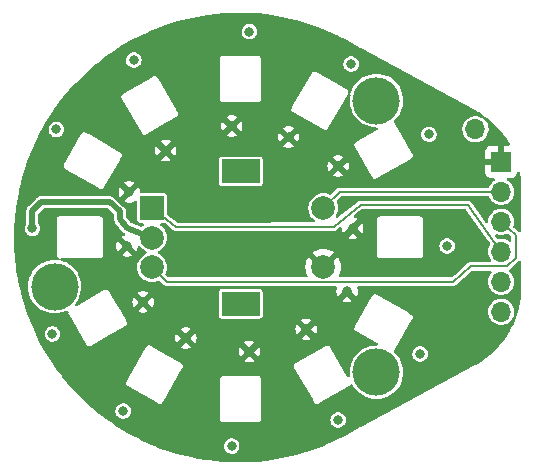
<source format=gtl>
%TF.GenerationSoftware,KiCad,Pcbnew,(6.0.2)*%
%TF.CreationDate,2022-04-19T04:36:18+10:00*%
%TF.ProjectId,adapter,61646170-7465-4722-9e6b-696361645f70,1.2*%
%TF.SameCoordinates,Original*%
%TF.FileFunction,Copper,L1,Top*%
%TF.FilePolarity,Positive*%
%FSLAX46Y46*%
G04 Gerber Fmt 4.6, Leading zero omitted, Abs format (unit mm)*
G04 Created by KiCad (PCBNEW (6.0.2)) date 2022-04-19 04:36:18*
%MOMM*%
%LPD*%
G01*
G04 APERTURE LIST*
%TA.AperFunction,ComponentPad*%
%ADD10R,2.000000X2.000000*%
%TD*%
%TA.AperFunction,ComponentPad*%
%ADD11C,2.000000*%
%TD*%
%TA.AperFunction,ComponentPad*%
%ADD12R,3.200000X2.000000*%
%TD*%
%TA.AperFunction,ComponentPad*%
%ADD13R,1.700000X1.700000*%
%TD*%
%TA.AperFunction,ComponentPad*%
%ADD14O,1.700000X1.700000*%
%TD*%
%TA.AperFunction,ComponentPad*%
%ADD15C,4.000000*%
%TD*%
%TA.AperFunction,ComponentPad*%
%ADD16C,0.800000*%
%TD*%
%TA.AperFunction,Conductor*%
%ADD17C,0.500000*%
%TD*%
%TA.AperFunction,Conductor*%
%ADD18C,0.203200*%
%TD*%
G04 APERTURE END LIST*
D10*
%TO.P,SW1,A,A*%
%TO.N,r2*%
X45000000Y-41100000D03*
D11*
%TO.P,SW1,B,B*%
%TO.N,r1*%
X45000000Y-46100000D03*
%TO.P,SW1,C,C*%
%TO.N,Gnd*%
X45000000Y-43600000D03*
D12*
%TO.P,SW1,MP*%
%TO.N,N/C*%
X52500000Y-38000000D03*
X52500000Y-49200000D03*
D11*
%TO.P,SW1,S1,S1*%
%TO.N,Vcc*%
X59500000Y-46100000D03*
%TO.P,SW1,S2,S2*%
%TO.N,button*%
X59500000Y-41100000D03*
%TD*%
D13*
%TO.P,J2,1,Pin_1*%
%TO.N,Vcc*%
X74550000Y-37180000D03*
D14*
%TO.P,J2,2,Pin_2*%
%TO.N,button*%
X74550000Y-39720000D03*
%TO.P,J2,3,Pin_3*%
%TO.N,r1*%
X74550000Y-42260000D03*
%TO.P,J2,4,Pin_4*%
%TO.N,r2*%
X74550000Y-44800000D03*
%TO.P,J2,5,Pin_5*%
%TO.N,DIN*%
X74550000Y-47340000D03*
%TO.P,J2,6,Pin_6*%
%TO.N,Gnd*%
X74550000Y-49880000D03*
X74550000Y-49880000D03*
%TD*%
%TO.P,,7,Pin_6*%
%TO.N,DO*%
X72381000Y-34420000D03*
%TD*%
D15*
%TO.P,,1*%
%TO.N,N/C*%
X64000000Y-55000000D03*
%TD*%
%TO.P,,1*%
%TO.N,N/C*%
X36750000Y-47750000D03*
%TD*%
%TO.P,,1*%
%TO.N,N/C*%
X64000000Y-32000000D03*
%TD*%
D16*
%TO.P,REF\u002A\u002A,1*%
%TO.N,Vcc*%
X47849519Y-52110898D03*
%TO.P,REF\u002A\u002A,3*%
%TO.N,Gnd*%
X42550481Y-58289102D03*
%TD*%
%TO.P,REF\u002A\u002A,1*%
%TO.N,Vcc*%
X58049519Y-51360898D03*
%TO.P,REF\u002A\u002A,3*%
%TO.N,Gnd*%
X60750481Y-59039102D03*
%TD*%
%TO.P,REF\u002A\u002A,1*%
%TO.N,Vcc*%
X51740000Y-34155000D03*
%TO.P,REF\u002A\u002A,3*%
%TO.N,Gnd*%
X53240000Y-26155000D03*
%TD*%
%TO.P,REF\u002A\u002A,1*%
%TO.N,Vcc*%
X46150481Y-36239102D03*
%TO.P,REF\u002A\u002A,3*%
%TO.N,Gnd*%
X43449519Y-28560898D03*
%TD*%
%TO.P,REF\u002A\u002A,1*%
%TO.N,Vcc*%
X42870000Y-44310000D03*
%TO.P,REF\u002A\u002A,3*%
%TO.N,Gnd*%
X34870000Y-42810000D03*
%TD*%
%TO.P,REF\u002A\u002A,1*%
%TO.N,Vcc*%
X61980000Y-42810000D03*
%TO.P,REF\u002A\u002A,3*%
%TO.N,Gnd*%
X69980000Y-44310000D03*
%TD*%
%TO.P,REF\u002A\u002A,1*%
%TO.N,Vcc*%
X56550481Y-35089102D03*
%TO.P,REF\u002A\u002A,3*%
%TO.N,Gnd*%
X61849519Y-28910898D03*
%TD*%
%TO.P,REF\u002A\u002A,1*%
%TO.N,Vcc*%
X53240000Y-53260000D03*
%TO.P,REF\u002A\u002A,3*%
%TO.N,Gnd*%
X51740000Y-61260000D03*
%TD*%
%TO.P,REF\u002A\u002A,1*%
%TO.N,Vcc*%
X60760898Y-37550481D03*
%TO.P,REF\u002A\u002A,3*%
%TO.N,Gnd*%
X68439102Y-34849519D03*
%TD*%
%TO.P,REF\u002A\u002A,1*%
%TO.N,Vcc*%
X44239102Y-49049519D03*
%TO.P,REF\u002A\u002A,3*%
%TO.N,Gnd*%
X36560898Y-51750481D03*
%TD*%
%TO.P,REF\u002A\u002A,1*%
%TO.N,Vcc*%
X61510898Y-48150481D03*
%TO.P,REF\u002A\u002A,3*%
%TO.N,Gnd*%
X67689102Y-53449519D03*
%TD*%
%TO.P,REF\u002A\u002A,1*%
%TO.N,Vcc*%
X43069102Y-39729519D03*
%TO.P,REF\u002A\u002A,3*%
%TO.N,Gnd*%
X36890898Y-34430481D03*
%TD*%
D17*
%TO.N,Gnd*%
X34870000Y-42810000D02*
X34870000Y-41330000D01*
X42276000Y-41378000D02*
X42276000Y-42014000D01*
X41395000Y-40606000D02*
X42276000Y-41378000D01*
X42839000Y-42749000D02*
X45000000Y-43600000D01*
X35594000Y-40606000D02*
X41395000Y-40606000D01*
X42276000Y-42014000D02*
X42839000Y-42749000D01*
X34870000Y-41330000D02*
X35594000Y-40606000D01*
D18*
%TO.N,button*%
X59500000Y-41100000D02*
X60880000Y-39720000D01*
X60880000Y-39720000D02*
X74550000Y-39720000D01*
%TO.N,r1*%
X70497209Y-47328111D02*
X71983000Y-46044000D01*
X45000000Y-46100000D02*
X46228111Y-47328111D01*
X75785000Y-43356000D02*
X74550000Y-42260000D01*
X75785000Y-45332000D02*
X75785000Y-43356000D01*
X75050000Y-46044000D02*
X75785000Y-45332000D01*
X46228111Y-47328111D02*
X70497209Y-47328111D01*
X71983000Y-46044000D02*
X75050000Y-46044000D01*
%TO.N,r2*%
X47026000Y-42681000D02*
X60380000Y-42674000D01*
X62654000Y-40821000D02*
X71720000Y-40819000D01*
X71720000Y-40819000D02*
X74550000Y-44800000D01*
X60380000Y-42674000D02*
X62654000Y-40821000D01*
X45000000Y-41100000D02*
X47026000Y-42681000D01*
%TD*%
%TA.AperFunction,Conductor*%
%TO.N,Vcc*%
G36*
X52998172Y-24569670D02*
G01*
X53003784Y-24569864D01*
X53845780Y-24617684D01*
X53851375Y-24618127D01*
X54690460Y-24703438D01*
X54695997Y-24704127D01*
X55530417Y-24826751D01*
X55535944Y-24827689D01*
X56364093Y-24987391D01*
X56369560Y-24988572D01*
X57189755Y-25185028D01*
X57195148Y-25186447D01*
X58005774Y-25419268D01*
X58011137Y-25420939D01*
X58810547Y-25689651D01*
X58815831Y-25691559D01*
X59602490Y-25995646D01*
X59607683Y-25997788D01*
X60379980Y-26336627D01*
X60385073Y-26338998D01*
X60641807Y-26465571D01*
X61115728Y-26699220D01*
X61141518Y-26711935D01*
X61146497Y-26714530D01*
X61318346Y-26808999D01*
X61885547Y-27120804D01*
X61890409Y-27123619D01*
X62582012Y-27545006D01*
X62597922Y-27557266D01*
X62601411Y-27559500D01*
X62610354Y-27568100D01*
X62621905Y-27572623D01*
X62621909Y-27572625D01*
X62636012Y-27578146D01*
X62649812Y-27584535D01*
X72336425Y-32800403D01*
X72346355Y-32805750D01*
X72367006Y-32819664D01*
X72376855Y-32827824D01*
X72388712Y-32831481D01*
X72395447Y-32835122D01*
X72410203Y-32841619D01*
X72819649Y-33081768D01*
X72827058Y-33086468D01*
X72959146Y-33176885D01*
X73033154Y-33227545D01*
X73078068Y-33282529D01*
X73086126Y-33353067D01*
X73054768Y-33416764D01*
X72993952Y-33453396D01*
X72922986Y-33451333D01*
X72894749Y-33438082D01*
X72889468Y-33434750D01*
X72889464Y-33434748D01*
X72884581Y-33431667D01*
X72696039Y-33356446D01*
X72690379Y-33355320D01*
X72690375Y-33355319D01*
X72502613Y-33317971D01*
X72502610Y-33317971D01*
X72496946Y-33316844D01*
X72491171Y-33316768D01*
X72491167Y-33316768D01*
X72389793Y-33315441D01*
X72293971Y-33314187D01*
X72288274Y-33315166D01*
X72288273Y-33315166D01*
X72099607Y-33347585D01*
X72093910Y-33348564D01*
X71903463Y-33418824D01*
X71729010Y-33522612D01*
X71724670Y-33526418D01*
X71724666Y-33526421D01*
X71663079Y-33580432D01*
X71576392Y-33656455D01*
X71450720Y-33815869D01*
X71448031Y-33820980D01*
X71448029Y-33820983D01*
X71410141Y-33892996D01*
X71356203Y-33995515D01*
X71296007Y-34189378D01*
X71272148Y-34390964D01*
X71277538Y-34473207D01*
X71284606Y-34581034D01*
X71285424Y-34593522D01*
X71286845Y-34599118D01*
X71286846Y-34599123D01*
X71330475Y-34770907D01*
X71335392Y-34790269D01*
X71337809Y-34795512D01*
X71373253Y-34872395D01*
X71420377Y-34974616D01*
X71423710Y-34979332D01*
X71508058Y-35098682D01*
X71537533Y-35140389D01*
X71541675Y-35144424D01*
X71557757Y-35160090D01*
X71682938Y-35282035D01*
X71851720Y-35394812D01*
X71857023Y-35397090D01*
X71857026Y-35397092D01*
X72032921Y-35472662D01*
X72038228Y-35474942D01*
X72111244Y-35491464D01*
X72230579Y-35518467D01*
X72230584Y-35518468D01*
X72236216Y-35519742D01*
X72241987Y-35519969D01*
X72241989Y-35519969D01*
X72301756Y-35522317D01*
X72439053Y-35527712D01*
X72545499Y-35512278D01*
X72634231Y-35499413D01*
X72634236Y-35499412D01*
X72639945Y-35498584D01*
X72645409Y-35496729D01*
X72645414Y-35496728D01*
X72826693Y-35435192D01*
X72826698Y-35435190D01*
X72832165Y-35433334D01*
X72887970Y-35402082D01*
X72917636Y-35385468D01*
X73009276Y-35334147D01*
X73055398Y-35295788D01*
X73160913Y-35208031D01*
X73165345Y-35204345D01*
X73222463Y-35135669D01*
X73291453Y-35052718D01*
X73291455Y-35052715D01*
X73295147Y-35048276D01*
X73355459Y-34940581D01*
X73391510Y-34876208D01*
X73391511Y-34876206D01*
X73394334Y-34871165D01*
X73396190Y-34865698D01*
X73396192Y-34865693D01*
X73457728Y-34684414D01*
X73457729Y-34684409D01*
X73459584Y-34678945D01*
X73460412Y-34673236D01*
X73460413Y-34673231D01*
X73488179Y-34481727D01*
X73488712Y-34478053D01*
X73490232Y-34420000D01*
X73473693Y-34240008D01*
X73472187Y-34223613D01*
X73472186Y-34223610D01*
X73471658Y-34217859D01*
X73465316Y-34195371D01*
X73418125Y-34028046D01*
X73418124Y-34028044D01*
X73416557Y-34022487D01*
X73405978Y-34001033D01*
X73329331Y-33845609D01*
X73326776Y-33840428D01*
X73310417Y-33818520D01*
X73247089Y-33733715D01*
X73205320Y-33677779D01*
X73086007Y-33567487D01*
X73049564Y-33506561D01*
X73051845Y-33435601D01*
X73092127Y-33377139D01*
X73157622Y-33349736D01*
X73227535Y-33362092D01*
X73242708Y-33370990D01*
X73244765Y-33372398D01*
X73251847Y-33377617D01*
X73328156Y-33438082D01*
X73532891Y-33600309D01*
X73648597Y-33691992D01*
X73655292Y-33697689D01*
X74029128Y-34038959D01*
X74035409Y-34045108D01*
X74149210Y-34164580D01*
X74384538Y-34411634D01*
X74390378Y-34418210D01*
X74713085Y-34808191D01*
X74718452Y-34815158D01*
X74764174Y-34879004D01*
X75013180Y-35226715D01*
X75018033Y-35234018D01*
X75153111Y-35453521D01*
X75261691Y-35629964D01*
X75280358Y-35698463D01*
X75259028Y-35766179D01*
X75204474Y-35811615D01*
X75154382Y-35822000D01*
X74822115Y-35822000D01*
X74806876Y-35826475D01*
X74805671Y-35827865D01*
X74804000Y-35835548D01*
X74804000Y-37308000D01*
X74783998Y-37376121D01*
X74730342Y-37422614D01*
X74678000Y-37434000D01*
X73210116Y-37434000D01*
X73194877Y-37438475D01*
X73193672Y-37439865D01*
X73192001Y-37447548D01*
X73192001Y-38074669D01*
X73192371Y-38081490D01*
X73197895Y-38132352D01*
X73201521Y-38147604D01*
X73246676Y-38268054D01*
X73255214Y-38283649D01*
X73331715Y-38385724D01*
X73344276Y-38398285D01*
X73446351Y-38474786D01*
X73461946Y-38483324D01*
X73582394Y-38528478D01*
X73597649Y-38532105D01*
X73648514Y-38537631D01*
X73655328Y-38538000D01*
X73918180Y-38538000D01*
X73986301Y-38558002D01*
X74032794Y-38611658D01*
X74042898Y-38681932D01*
X74013404Y-38746512D01*
X73982605Y-38772284D01*
X73898010Y-38822612D01*
X73893670Y-38826418D01*
X73893666Y-38826421D01*
X73779129Y-38926868D01*
X73745392Y-38956455D01*
X73619720Y-39115869D01*
X73617031Y-39120980D01*
X73617029Y-39120983D01*
X73525808Y-39294365D01*
X73525203Y-39295515D01*
X73523017Y-39294365D01*
X73485134Y-39341389D01*
X73413259Y-39363900D01*
X60931432Y-39363900D01*
X60911371Y-39361765D01*
X60907187Y-39361568D01*
X60897007Y-39359376D01*
X60866160Y-39363027D01*
X60860785Y-39363344D01*
X60860796Y-39363472D01*
X60855618Y-39363900D01*
X60850416Y-39363900D01*
X60839081Y-39365787D01*
X60832757Y-39366839D01*
X60826885Y-39367674D01*
X60789626Y-39372084D01*
X60789619Y-39372086D01*
X60779278Y-39373310D01*
X60771532Y-39377030D01*
X60763058Y-39378440D01*
X60736943Y-39392531D01*
X60720891Y-39401192D01*
X60715604Y-39403885D01*
X60679558Y-39421195D01*
X60679555Y-39421197D01*
X60672410Y-39424628D01*
X60668400Y-39427999D01*
X60666462Y-39429937D01*
X60664811Y-39431452D01*
X60664401Y-39431673D01*
X60664363Y-39431631D01*
X60664180Y-39431792D01*
X60658726Y-39434735D01*
X60651658Y-39442382D01*
X60651657Y-39442382D01*
X60624469Y-39471794D01*
X60621039Y-39475360D01*
X60162932Y-39933467D01*
X60100620Y-39967493D01*
X60029805Y-39962428D01*
X60020602Y-39958573D01*
X59966761Y-39933467D01*
X59935688Y-39918977D01*
X59935683Y-39918975D01*
X59930703Y-39916653D01*
X59718674Y-39859839D01*
X59500000Y-39840708D01*
X59281326Y-39859839D01*
X59069297Y-39916653D01*
X58979412Y-39958567D01*
X58875341Y-40007095D01*
X58875336Y-40007098D01*
X58870354Y-40009421D01*
X58865847Y-40012577D01*
X58865845Y-40012578D01*
X58695054Y-40132167D01*
X58695051Y-40132169D01*
X58690543Y-40135326D01*
X58535326Y-40290543D01*
X58532169Y-40295051D01*
X58532167Y-40295054D01*
X58412672Y-40465711D01*
X58409421Y-40470354D01*
X58407098Y-40475336D01*
X58407095Y-40475341D01*
X58375344Y-40543433D01*
X58316653Y-40669297D01*
X58259839Y-40881326D01*
X58240708Y-41100000D01*
X58259839Y-41318674D01*
X58316653Y-41530703D01*
X58360104Y-41623884D01*
X58407095Y-41724659D01*
X58407096Y-41724661D01*
X58409421Y-41729646D01*
X58412577Y-41734153D01*
X58412578Y-41734155D01*
X58531854Y-41904498D01*
X58535326Y-41909457D01*
X58690543Y-42064674D01*
X58695051Y-42067831D01*
X58695054Y-42067833D01*
X58726129Y-42089592D01*
X58770458Y-42145050D01*
X58777766Y-42215669D01*
X58745735Y-42279030D01*
X58684533Y-42315014D01*
X58653928Y-42318805D01*
X51413050Y-42322600D01*
X47191800Y-42324813D01*
X47123669Y-42304847D01*
X47114218Y-42298147D01*
X46846961Y-42089592D01*
X46302984Y-41665096D01*
X46261585Y-41607420D01*
X46254500Y-41565763D01*
X46254499Y-40081123D01*
X46254499Y-40074934D01*
X46239734Y-40000699D01*
X46225199Y-39978945D01*
X46190377Y-39926832D01*
X46183484Y-39916516D01*
X46099301Y-39860266D01*
X46025067Y-39845500D01*
X45933595Y-39845500D01*
X44107414Y-39845501D01*
X44039293Y-39825499D01*
X43992800Y-39771843D01*
X43983560Y-39729366D01*
X43982104Y-39729519D01*
X43962843Y-39546258D01*
X43960113Y-39533417D01*
X43905210Y-39364444D01*
X43899872Y-39352455D01*
X43874341Y-39308234D01*
X43864137Y-39298504D01*
X43856116Y-39301715D01*
X42642731Y-40515100D01*
X42635971Y-40527480D01*
X42639482Y-40532170D01*
X42780943Y-40595153D01*
X42793422Y-40599208D01*
X42967209Y-40636146D01*
X42980270Y-40637519D01*
X43157934Y-40637519D01*
X43170995Y-40636146D01*
X43344782Y-40599208D01*
X43357261Y-40595153D01*
X43519573Y-40522887D01*
X43530946Y-40516320D01*
X43545438Y-40505791D01*
X43612306Y-40481932D01*
X43681457Y-40498011D01*
X43730938Y-40548925D01*
X43745500Y-40607726D01*
X43745501Y-41364667D01*
X43745501Y-42125066D01*
X43751863Y-42157052D01*
X43755421Y-42174940D01*
X43760266Y-42199301D01*
X43767161Y-42209621D01*
X43767162Y-42209622D01*
X43781423Y-42230964D01*
X43816516Y-42283484D01*
X43826832Y-42290377D01*
X43868252Y-42318053D01*
X43900699Y-42339734D01*
X43974933Y-42354500D01*
X44191983Y-42354500D01*
X44260104Y-42374502D01*
X44306597Y-42428158D01*
X44316701Y-42498432D01*
X44287207Y-42563012D01*
X44264254Y-42583713D01*
X44195054Y-42632167D01*
X44195051Y-42632169D01*
X44190543Y-42635326D01*
X44174549Y-42651320D01*
X44112237Y-42685346D01*
X44039286Y-42679462D01*
X43264880Y-42374502D01*
X43186845Y-42343772D01*
X43132986Y-42303155D01*
X43117814Y-42283347D01*
X42806473Y-41876891D01*
X42780928Y-41810649D01*
X42780500Y-41800271D01*
X42780500Y-41427759D01*
X42782043Y-41408098D01*
X42782299Y-41406474D01*
X42785635Y-41385360D01*
X42783202Y-41366421D01*
X42780819Y-41347881D01*
X42780500Y-41344687D01*
X42780500Y-41341774D01*
X42776089Y-41310978D01*
X42775845Y-41309179D01*
X42767216Y-41242026D01*
X42765727Y-41238622D01*
X42765201Y-41234948D01*
X42753343Y-41208866D01*
X42737187Y-41173334D01*
X42736446Y-41171673D01*
X42712478Y-41116871D01*
X42712476Y-41116867D01*
X42709308Y-41109624D01*
X42706926Y-41106777D01*
X42705388Y-41103395D01*
X42661180Y-41052090D01*
X42660044Y-41050751D01*
X42641182Y-41028210D01*
X42641176Y-41028204D01*
X42638050Y-41024468D01*
X42635843Y-41022534D01*
X42633725Y-41020225D01*
X42611056Y-40993918D01*
X42588471Y-40979279D01*
X42573969Y-40968315D01*
X41736280Y-40234267D01*
X41735914Y-40233945D01*
X41681558Y-40185941D01*
X41681559Y-40185941D01*
X41674830Y-40179999D01*
X41648970Y-40167858D01*
X41633756Y-40159385D01*
X41617342Y-40148693D01*
X41617338Y-40148691D01*
X41609818Y-40143793D01*
X41601224Y-40141202D01*
X41601222Y-40141201D01*
X41584822Y-40136257D01*
X41567651Y-40129679D01*
X41544018Y-40118583D01*
X41515790Y-40114188D01*
X41498816Y-40110327D01*
X41471457Y-40102079D01*
X41462487Y-40102004D01*
X41462485Y-40102004D01*
X41439545Y-40101813D01*
X41437089Y-40101793D01*
X41435840Y-40101739D01*
X41434303Y-40101500D01*
X41402475Y-40101500D01*
X41401426Y-40101496D01*
X41400718Y-40101490D01*
X41326950Y-40100876D01*
X41325166Y-40101381D01*
X41323397Y-40101500D01*
X35664630Y-40101500D01*
X35652622Y-40100158D01*
X35652582Y-40100654D01*
X35643631Y-40099934D01*
X35634877Y-40097953D01*
X35604430Y-40099842D01*
X35581607Y-40101258D01*
X35573805Y-40101500D01*
X35557774Y-40101500D01*
X35547541Y-40102965D01*
X35537489Y-40103995D01*
X35508085Y-40105820D01*
X35499601Y-40106346D01*
X35499600Y-40106346D01*
X35490642Y-40106902D01*
X35482199Y-40109950D01*
X35478920Y-40110629D01*
X35463055Y-40114584D01*
X35459831Y-40115527D01*
X35450948Y-40116799D01*
X35442779Y-40120513D01*
X35442773Y-40120515D01*
X35408221Y-40136225D01*
X35398853Y-40140039D01*
X35354716Y-40155972D01*
X35347466Y-40161269D01*
X35344499Y-40162846D01*
X35330386Y-40171093D01*
X35327563Y-40172898D01*
X35319395Y-40176612D01*
X35312598Y-40182469D01*
X35312596Y-40182470D01*
X35283847Y-40207243D01*
X35275936Y-40213525D01*
X35265056Y-40221473D01*
X35254194Y-40232335D01*
X35247348Y-40238693D01*
X35209918Y-40270944D01*
X35205034Y-40278479D01*
X35199301Y-40285051D01*
X35190074Y-40296455D01*
X34563206Y-40923323D01*
X34553766Y-40930865D01*
X34554089Y-40931245D01*
X34547253Y-40937063D01*
X34539661Y-40941853D01*
X34533719Y-40948581D01*
X34504329Y-40981859D01*
X34498983Y-40987546D01*
X34487649Y-40998880D01*
X34484964Y-41002463D01*
X34484962Y-41002465D01*
X34481447Y-41007155D01*
X34475062Y-41014998D01*
X34443999Y-41050170D01*
X34440186Y-41058292D01*
X34438346Y-41061093D01*
X34429937Y-41075088D01*
X34428315Y-41078051D01*
X34422930Y-41085236D01*
X34419777Y-41093646D01*
X34419776Y-41093648D01*
X34406454Y-41129182D01*
X34402530Y-41138495D01*
X34382583Y-41180982D01*
X34381201Y-41189856D01*
X34380215Y-41193083D01*
X34376075Y-41208866D01*
X34375354Y-41212144D01*
X34372202Y-41220552D01*
X34371537Y-41229503D01*
X34368724Y-41267357D01*
X34367570Y-41277404D01*
X34365500Y-41290697D01*
X34365500Y-41306062D01*
X34365154Y-41315399D01*
X34361493Y-41364667D01*
X34363366Y-41373442D01*
X34363959Y-41382138D01*
X34365500Y-41396738D01*
X34365500Y-42349676D01*
X34342587Y-42422126D01*
X34288950Y-42498444D01*
X34283802Y-42511649D01*
X34236814Y-42632167D01*
X34231406Y-42646037D01*
X34230414Y-42653570D01*
X34230414Y-42653571D01*
X34211788Y-42795054D01*
X34210729Y-42803096D01*
X34219421Y-42881824D01*
X34224560Y-42928368D01*
X34228113Y-42960553D01*
X34230723Y-42967684D01*
X34230723Y-42967686D01*
X34279450Y-43100839D01*
X34282553Y-43109319D01*
X34286789Y-43115622D01*
X34286789Y-43115623D01*
X34357190Y-43220390D01*
X34370908Y-43240805D01*
X34376527Y-43245918D01*
X34376528Y-43245919D01*
X34406657Y-43273334D01*
X34488076Y-43347419D01*
X34627293Y-43423008D01*
X34780522Y-43463207D01*
X34864477Y-43464526D01*
X34931319Y-43465576D01*
X34931322Y-43465576D01*
X34938916Y-43465695D01*
X35093332Y-43430329D01*
X35163742Y-43394917D01*
X35228072Y-43362563D01*
X35228075Y-43362561D01*
X35234855Y-43359151D01*
X35240626Y-43354222D01*
X35240629Y-43354220D01*
X35349536Y-43261204D01*
X35349536Y-43261203D01*
X35355314Y-43256269D01*
X35447755Y-43127624D01*
X35506842Y-42980641D01*
X35529162Y-42823807D01*
X35529307Y-42810000D01*
X35526953Y-42790543D01*
X35521853Y-42748403D01*
X35510276Y-42652733D01*
X35454280Y-42504546D01*
X35396660Y-42420708D01*
X35374500Y-42349341D01*
X35374500Y-41591162D01*
X35394502Y-41523041D01*
X35411404Y-41502067D01*
X35766065Y-41147405D01*
X35828378Y-41113380D01*
X35855161Y-41110500D01*
X41157839Y-41110500D01*
X41225960Y-41130502D01*
X41240879Y-41141735D01*
X41302029Y-41195319D01*
X41694202Y-41538971D01*
X41728540Y-41569061D01*
X41766591Y-41629000D01*
X41771500Y-41663826D01*
X41771500Y-41991424D01*
X41771193Y-42000209D01*
X41767650Y-42050900D01*
X41769562Y-42059668D01*
X41778176Y-42099170D01*
X41779796Y-42108153D01*
X41783088Y-42131137D01*
X41786799Y-42157052D01*
X41790514Y-42165222D01*
X41793034Y-42173841D01*
X41792958Y-42173863D01*
X41793316Y-42174940D01*
X41793390Y-42174912D01*
X41796526Y-42183321D01*
X41798439Y-42192094D01*
X41822096Y-42235481D01*
X41826165Y-42243634D01*
X41842894Y-42280429D01*
X41842896Y-42280433D01*
X41846612Y-42288605D01*
X41852473Y-42295407D01*
X41882380Y-42330116D01*
X41886953Y-42335743D01*
X42021695Y-42511649D01*
X42400441Y-43006102D01*
X42403481Y-43010071D01*
X42415663Y-43029376D01*
X42422540Y-43042841D01*
X42433315Y-43054253D01*
X42450090Y-43072020D01*
X42455825Y-43078756D01*
X42457799Y-43080985D01*
X42460523Y-43084541D01*
X42463721Y-43087673D01*
X42463725Y-43087677D01*
X42477167Y-43100839D01*
X42480628Y-43104363D01*
X42487635Y-43111784D01*
X42521751Y-43147917D01*
X42529009Y-43152166D01*
X42531619Y-43154158D01*
X42537628Y-43160043D01*
X42545544Y-43164270D01*
X42545549Y-43164273D01*
X42590472Y-43188257D01*
X42594750Y-43190650D01*
X42617576Y-43204012D01*
X42619962Y-43204951D01*
X42672020Y-43252293D01*
X42690383Y-43320874D01*
X42668753Y-43388495D01*
X42613997Y-43433688D01*
X42600507Y-43437964D01*
X42600606Y-43438269D01*
X42581841Y-43444366D01*
X42447367Y-43504239D01*
X42436622Y-43513372D01*
X42438219Y-43519009D01*
X43653370Y-44734160D01*
X43665750Y-44740920D01*
X43672665Y-44735744D01*
X43700770Y-44687064D01*
X43706108Y-44675075D01*
X43761011Y-44506102D01*
X43763741Y-44493261D01*
X43771618Y-44418309D01*
X43798631Y-44352652D01*
X43856852Y-44312022D01*
X43927797Y-44309319D01*
X43988942Y-44345400D01*
X44000141Y-44359208D01*
X44011560Y-44375515D01*
X44035326Y-44409457D01*
X44190543Y-44564674D01*
X44195051Y-44567831D01*
X44195054Y-44567833D01*
X44358133Y-44682022D01*
X44370354Y-44690579D01*
X44375336Y-44692902D01*
X44375341Y-44692905D01*
X44467342Y-44735805D01*
X44520627Y-44782722D01*
X44540088Y-44850999D01*
X44519546Y-44918959D01*
X44467342Y-44964195D01*
X44375341Y-45007095D01*
X44375336Y-45007098D01*
X44370354Y-45009421D01*
X44365847Y-45012577D01*
X44365845Y-45012578D01*
X44195054Y-45132167D01*
X44195051Y-45132169D01*
X44190543Y-45135326D01*
X44035326Y-45290543D01*
X44032169Y-45295051D01*
X44032167Y-45295054D01*
X43912578Y-45465845D01*
X43909421Y-45470354D01*
X43907098Y-45475336D01*
X43907095Y-45475341D01*
X43869319Y-45556354D01*
X43816653Y-45669297D01*
X43759839Y-45881326D01*
X43740708Y-46100000D01*
X43759839Y-46318674D01*
X43816653Y-46530703D01*
X43846104Y-46593861D01*
X43907095Y-46724659D01*
X43907098Y-46724664D01*
X43909421Y-46729646D01*
X43912577Y-46734153D01*
X43912578Y-46734155D01*
X43978345Y-46828079D01*
X44035326Y-46909457D01*
X44190543Y-47064674D01*
X44195051Y-47067831D01*
X44195054Y-47067833D01*
X44339944Y-47169286D01*
X44370354Y-47190579D01*
X44375336Y-47192902D01*
X44375341Y-47192905D01*
X44456551Y-47230773D01*
X44569297Y-47283347D01*
X44781326Y-47340161D01*
X45000000Y-47359292D01*
X45218674Y-47340161D01*
X45430703Y-47283347D01*
X45435685Y-47281024D01*
X45435693Y-47281021D01*
X45520588Y-47241434D01*
X45590779Y-47230773D01*
X45655592Y-47259753D01*
X45662931Y-47266532D01*
X45847452Y-47451054D01*
X45939946Y-47543548D01*
X45952609Y-47559228D01*
X45955437Y-47562336D01*
X45961086Y-47571085D01*
X45969264Y-47577532D01*
X45985478Y-47590314D01*
X45989508Y-47593895D01*
X45989591Y-47593797D01*
X45993548Y-47597150D01*
X45997229Y-47600831D01*
X46001461Y-47603855D01*
X46001463Y-47603857D01*
X46011822Y-47611260D01*
X46016567Y-47614823D01*
X46046006Y-47638031D01*
X46046008Y-47638032D01*
X46054186Y-47644479D01*
X46062291Y-47647325D01*
X46069282Y-47652321D01*
X46104573Y-47662875D01*
X46115182Y-47666048D01*
X46120826Y-47667882D01*
X46158558Y-47681132D01*
X46158561Y-47681133D01*
X46166040Y-47683759D01*
X46171259Y-47684211D01*
X46173970Y-47684211D01*
X46176246Y-47684309D01*
X46176696Y-47684444D01*
X46176694Y-47684498D01*
X46176925Y-47684513D01*
X46182862Y-47686288D01*
X46233260Y-47684308D01*
X46238206Y-47684211D01*
X60534246Y-47684211D01*
X60602367Y-47704213D01*
X60648860Y-47757869D01*
X60658964Y-47828143D01*
X60654079Y-47849147D01*
X60619887Y-47954379D01*
X60617157Y-47967220D01*
X60598586Y-48143916D01*
X60598586Y-48157046D01*
X60617157Y-48333742D01*
X60619887Y-48346583D01*
X60674790Y-48515556D01*
X60680128Y-48527545D01*
X60705659Y-48571766D01*
X60715863Y-48581496D01*
X60723884Y-48578285D01*
X61421803Y-47880366D01*
X61484115Y-47846340D01*
X61554930Y-47851405D01*
X61599993Y-47880366D01*
X62294268Y-48574641D01*
X62306648Y-48581401D01*
X62313563Y-48576225D01*
X62341668Y-48527545D01*
X62347006Y-48515556D01*
X62401909Y-48346583D01*
X62404639Y-48333742D01*
X62423210Y-48157046D01*
X62423210Y-48143916D01*
X62404639Y-47967220D01*
X62401909Y-47954379D01*
X62367717Y-47849147D01*
X62365689Y-47778180D01*
X62402352Y-47717382D01*
X62466064Y-47686056D01*
X62487550Y-47684211D01*
X70441396Y-47684211D01*
X70447280Y-47684564D01*
X70454059Y-47686548D01*
X70502977Y-47684339D01*
X70508660Y-47684211D01*
X70526793Y-47684211D01*
X70531918Y-47683358D01*
X70537100Y-47682930D01*
X70537114Y-47683103D01*
X70542148Y-47682570D01*
X70551838Y-47682133D01*
X70562087Y-47681670D01*
X70562088Y-47681670D01*
X70572489Y-47681200D01*
X70582178Y-47677386D01*
X70585546Y-47676668D01*
X70600612Y-47672499D01*
X70603878Y-47671381D01*
X70614151Y-47669671D01*
X70623315Y-47664726D01*
X70623319Y-47664725D01*
X70640867Y-47655256D01*
X70654550Y-47648899D01*
X70675423Y-47640683D01*
X70675426Y-47640682D01*
X70682802Y-47637778D01*
X70687046Y-47634707D01*
X70690068Y-47632095D01*
X70690753Y-47631623D01*
X70691234Y-47631242D01*
X70691259Y-47631274D01*
X70703528Y-47622812D01*
X70709318Y-47618321D01*
X70718483Y-47613376D01*
X70725551Y-47605730D01*
X70725555Y-47605727D01*
X70740537Y-47589520D01*
X70750670Y-47579720D01*
X72080071Y-46430770D01*
X72144689Y-46401360D01*
X72162461Y-46400100D01*
X73624644Y-46400100D01*
X73692765Y-46420102D01*
X73739258Y-46473758D01*
X73749362Y-46544032D01*
X73723594Y-46604105D01*
X73619720Y-46735869D01*
X73617031Y-46740980D01*
X73617029Y-46740983D01*
X73605481Y-46762932D01*
X73525203Y-46915515D01*
X73465007Y-47109378D01*
X73441148Y-47310964D01*
X73454424Y-47513522D01*
X73455845Y-47519118D01*
X73455846Y-47519123D01*
X73502854Y-47704213D01*
X73504392Y-47710269D01*
X73506809Y-47715512D01*
X73544010Y-47796208D01*
X73589377Y-47894616D01*
X73592710Y-47899332D01*
X73702606Y-48054832D01*
X73706533Y-48060389D01*
X73710675Y-48064424D01*
X73760150Y-48112620D01*
X73851938Y-48202035D01*
X74020720Y-48314812D01*
X74026023Y-48317090D01*
X74026026Y-48317092D01*
X74114707Y-48355192D01*
X74207228Y-48394942D01*
X74280244Y-48411464D01*
X74399579Y-48438467D01*
X74399584Y-48438468D01*
X74405216Y-48439742D01*
X74410987Y-48439969D01*
X74410989Y-48439969D01*
X74470756Y-48442317D01*
X74608053Y-48447712D01*
X74708499Y-48433148D01*
X74803231Y-48419413D01*
X74803236Y-48419412D01*
X74808945Y-48418584D01*
X74814409Y-48416729D01*
X74814414Y-48416728D01*
X74995693Y-48355192D01*
X74995698Y-48355190D01*
X75001165Y-48353334D01*
X75178276Y-48254147D01*
X75190768Y-48243758D01*
X75329913Y-48128031D01*
X75334345Y-48124345D01*
X75397054Y-48048946D01*
X75460453Y-47972718D01*
X75460455Y-47972715D01*
X75464147Y-47968276D01*
X75529598Y-47851405D01*
X75560510Y-47796208D01*
X75560511Y-47796206D01*
X75563334Y-47791165D01*
X75565190Y-47785698D01*
X75565192Y-47785693D01*
X75626728Y-47604414D01*
X75626729Y-47604409D01*
X75628584Y-47598945D01*
X75629412Y-47593236D01*
X75629413Y-47593231D01*
X75657179Y-47401727D01*
X75657712Y-47398053D01*
X75659232Y-47340000D01*
X75640658Y-47137859D01*
X75639090Y-47132299D01*
X75587125Y-46948046D01*
X75587124Y-46948044D01*
X75585557Y-46942487D01*
X75581918Y-46935106D01*
X75498331Y-46765609D01*
X75495776Y-46760428D01*
X75374320Y-46597779D01*
X75277283Y-46508079D01*
X75240840Y-46447153D01*
X75243121Y-46376193D01*
X75274276Y-46332040D01*
X75271274Y-46329265D01*
X75302784Y-46295178D01*
X75307640Y-46290207D01*
X75463117Y-46139595D01*
X75998600Y-45620868D01*
X76017923Y-45605515D01*
X76019224Y-45604675D01*
X76019226Y-45604673D01*
X76027974Y-45599025D01*
X76034422Y-45590846D01*
X76035201Y-45590137D01*
X76099046Y-45559085D01*
X76169545Y-45567481D01*
X76224313Y-45612658D01*
X76246000Y-45683331D01*
X76246000Y-48057184D01*
X76244062Y-48074380D01*
X76243886Y-48080641D01*
X76241126Y-48092735D01*
X76243204Y-48104964D01*
X76242989Y-48112620D01*
X76243839Y-48128731D01*
X76239015Y-48205245D01*
X76213973Y-48602446D01*
X76213114Y-48611199D01*
X76146100Y-49112941D01*
X76144632Y-49121612D01*
X76070927Y-49480439D01*
X76042785Y-49617443D01*
X76040716Y-49625991D01*
X75904529Y-50113511D01*
X75901869Y-50121893D01*
X75867182Y-50219266D01*
X75825480Y-50276725D01*
X75759334Y-50302516D01*
X75739816Y-50298571D01*
X75745357Y-50300706D01*
X75787293Y-50357995D01*
X75791599Y-50428861D01*
X75787468Y-50443037D01*
X75740345Y-50575317D01*
X75732000Y-50598744D01*
X75728763Y-50606915D01*
X75604819Y-50890510D01*
X75526052Y-51070737D01*
X75522251Y-51078668D01*
X75506020Y-51109705D01*
X75333935Y-51438769D01*
X75287675Y-51527227D01*
X75283331Y-51534871D01*
X75018033Y-51965982D01*
X75013180Y-51973285D01*
X74853150Y-52196750D01*
X74718452Y-52384842D01*
X74713085Y-52391809D01*
X74390378Y-52781790D01*
X74384538Y-52788366D01*
X74205303Y-52976532D01*
X74044791Y-53145043D01*
X74035412Y-53154889D01*
X74029130Y-53161039D01*
X73702516Y-53459201D01*
X73655295Y-53502308D01*
X73648597Y-53508008D01*
X73251847Y-53822383D01*
X73244767Y-53827601D01*
X73137945Y-53900723D01*
X72827058Y-54113532D01*
X72819649Y-54118232D01*
X72410203Y-54358381D01*
X72395447Y-54364878D01*
X72388712Y-54368519D01*
X72376855Y-54372176D01*
X72367006Y-54380336D01*
X72346357Y-54394249D01*
X62649813Y-59615465D01*
X62636012Y-59621854D01*
X62621909Y-59627375D01*
X62621905Y-59627377D01*
X62610354Y-59631900D01*
X62601411Y-59640500D01*
X62597922Y-59642734D01*
X62582012Y-59654994D01*
X61890409Y-60076381D01*
X61885547Y-60079196D01*
X61146500Y-60485469D01*
X61141521Y-60488063D01*
X60902605Y-60605852D01*
X60385073Y-60861002D01*
X60379980Y-60863373D01*
X59607683Y-61202212D01*
X59602490Y-61204354D01*
X58815831Y-61508441D01*
X58810547Y-61510349D01*
X58011137Y-61779061D01*
X58005778Y-61780731D01*
X57195148Y-62013553D01*
X57189755Y-62014972D01*
X56369560Y-62211428D01*
X56364093Y-62212609D01*
X55535944Y-62372311D01*
X55530417Y-62373249D01*
X54695997Y-62495873D01*
X54690460Y-62496562D01*
X53851375Y-62581873D01*
X53845780Y-62582316D01*
X53003784Y-62630136D01*
X52998172Y-62630330D01*
X52154843Y-62640572D01*
X52149237Y-62640515D01*
X51306272Y-62613154D01*
X51300694Y-62612848D01*
X50878242Y-62580239D01*
X50459824Y-62547942D01*
X50454234Y-62547385D01*
X49617085Y-62445061D01*
X49611525Y-62444255D01*
X48779797Y-62304722D01*
X48774279Y-62303670D01*
X48343196Y-62211425D01*
X47949535Y-62127187D01*
X47944110Y-62125899D01*
X47128071Y-61912834D01*
X47122692Y-61911300D01*
X46475800Y-61711204D01*
X46316971Y-61662075D01*
X46311643Y-61660296D01*
X46010408Y-61552185D01*
X45517828Y-61375401D01*
X45512614Y-61373398D01*
X45219250Y-61253096D01*
X51080729Y-61253096D01*
X51088907Y-61327172D01*
X51094233Y-61375407D01*
X51098113Y-61410553D01*
X51100723Y-61417684D01*
X51100723Y-61417686D01*
X51134633Y-61510349D01*
X51152553Y-61559319D01*
X51240908Y-61690805D01*
X51246527Y-61695918D01*
X51246528Y-61695919D01*
X51257903Y-61706269D01*
X51358076Y-61797419D01*
X51497293Y-61873008D01*
X51650522Y-61913207D01*
X51734477Y-61914526D01*
X51801319Y-61915576D01*
X51801322Y-61915576D01*
X51808916Y-61915695D01*
X51963332Y-61880329D01*
X52033742Y-61844917D01*
X52098072Y-61812563D01*
X52098075Y-61812561D01*
X52104855Y-61809151D01*
X52110626Y-61804222D01*
X52110629Y-61804220D01*
X52219536Y-61711204D01*
X52219536Y-61711203D01*
X52225314Y-61706269D01*
X52317755Y-61577624D01*
X52376842Y-61430641D01*
X52399162Y-61273807D01*
X52399307Y-61260000D01*
X52380276Y-61102733D01*
X52324280Y-60954546D01*
X52261619Y-60863373D01*
X52238855Y-60830251D01*
X52238854Y-60830249D01*
X52234553Y-60823992D01*
X52116275Y-60718611D01*
X52108889Y-60714700D01*
X51982988Y-60648039D01*
X51982989Y-60648039D01*
X51976274Y-60644484D01*
X51822633Y-60605892D01*
X51815034Y-60605852D01*
X51815033Y-60605852D01*
X51749181Y-60605507D01*
X51664221Y-60605062D01*
X51656841Y-60606834D01*
X51656839Y-60606834D01*
X51517563Y-60640271D01*
X51517560Y-60640272D01*
X51510184Y-60642043D01*
X51369414Y-60714700D01*
X51250039Y-60818838D01*
X51158950Y-60948444D01*
X51156190Y-60955524D01*
X51118029Y-61053402D01*
X51101406Y-61096037D01*
X51080729Y-61253096D01*
X45219250Y-61253096D01*
X44732284Y-61053402D01*
X44727136Y-61051155D01*
X43961856Y-60696697D01*
X43956844Y-60694239D01*
X43208076Y-60305995D01*
X43203191Y-60303322D01*
X42472539Y-59882127D01*
X42467735Y-59879214D01*
X41756545Y-59425844D01*
X41751904Y-59422738D01*
X41092801Y-58960000D01*
X50731024Y-58960000D01*
X50750737Y-59059106D01*
X50806876Y-59143124D01*
X50890894Y-59199263D01*
X50943582Y-59209743D01*
X50990000Y-59218976D01*
X51002847Y-59216421D01*
X51027425Y-59214000D01*
X53952575Y-59214000D01*
X53977153Y-59216421D01*
X53990000Y-59218976D01*
X54002846Y-59216421D01*
X54036419Y-59209743D01*
X54089106Y-59199263D01*
X54173124Y-59143124D01*
X54229263Y-59059106D01*
X54234615Y-59032198D01*
X60091210Y-59032198D01*
X60108594Y-59189655D01*
X60163034Y-59338421D01*
X60167270Y-59344724D01*
X60167270Y-59344725D01*
X60170531Y-59349577D01*
X60251389Y-59469907D01*
X60257008Y-59475020D01*
X60257009Y-59475021D01*
X60268384Y-59485371D01*
X60368557Y-59576521D01*
X60507774Y-59652110D01*
X60661003Y-59692309D01*
X60744958Y-59693628D01*
X60811800Y-59694678D01*
X60811803Y-59694678D01*
X60819397Y-59694797D01*
X60973813Y-59659431D01*
X61054047Y-59619078D01*
X61108553Y-59591665D01*
X61108556Y-59591663D01*
X61115336Y-59588253D01*
X61121107Y-59583324D01*
X61121110Y-59583322D01*
X61230017Y-59490306D01*
X61230017Y-59490305D01*
X61235795Y-59485371D01*
X61328236Y-59356726D01*
X61387323Y-59209743D01*
X61409643Y-59052909D01*
X61409788Y-59039102D01*
X61390757Y-58881835D01*
X61334761Y-58733648D01*
X61315759Y-58706000D01*
X61249336Y-58609353D01*
X61249335Y-58609351D01*
X61245034Y-58603094D01*
X61126756Y-58497713D01*
X61119370Y-58493802D01*
X61017104Y-58439655D01*
X60986755Y-58423586D01*
X60833114Y-58384994D01*
X60825515Y-58384954D01*
X60825514Y-58384954D01*
X60759662Y-58384609D01*
X60674702Y-58384164D01*
X60667322Y-58385936D01*
X60667320Y-58385936D01*
X60528044Y-58419373D01*
X60528041Y-58419374D01*
X60520665Y-58421145D01*
X60379895Y-58493802D01*
X60260520Y-58597940D01*
X60169431Y-58727546D01*
X60111887Y-58875139D01*
X60110895Y-58882672D01*
X60110895Y-58882673D01*
X60099113Y-58972171D01*
X60091210Y-59032198D01*
X54234615Y-59032198D01*
X54248976Y-58960000D01*
X54246421Y-58947153D01*
X54244000Y-58922575D01*
X54244000Y-55597425D01*
X54246421Y-55572844D01*
X54246555Y-55572170D01*
X54248976Y-55560000D01*
X54229263Y-55460894D01*
X54173124Y-55376876D01*
X54156171Y-55365548D01*
X54099425Y-55327632D01*
X54089106Y-55320737D01*
X54015017Y-55306000D01*
X54002172Y-55303445D01*
X53990000Y-55301024D01*
X53977153Y-55303579D01*
X53952575Y-55306000D01*
X51027425Y-55306000D01*
X51002847Y-55303579D01*
X50990000Y-55301024D01*
X50977828Y-55303445D01*
X50964983Y-55306000D01*
X50890894Y-55320737D01*
X50880577Y-55327631D01*
X50880576Y-55327631D01*
X50817192Y-55369983D01*
X50806876Y-55376876D01*
X50750737Y-55460894D01*
X50731024Y-55560000D01*
X50733445Y-55572170D01*
X50733579Y-55572844D01*
X50736000Y-55597425D01*
X50736000Y-58922575D01*
X50733579Y-58947153D01*
X50731024Y-58960000D01*
X41092801Y-58960000D01*
X41061623Y-58938111D01*
X41057110Y-58934789D01*
X41026413Y-58911126D01*
X40496651Y-58502766D01*
X40389167Y-58419913D01*
X40384795Y-58416385D01*
X40225900Y-58282198D01*
X41891210Y-58282198D01*
X41899902Y-58360927D01*
X41906935Y-58424626D01*
X41908594Y-58439655D01*
X41911204Y-58446786D01*
X41911204Y-58446788D01*
X41928539Y-58494157D01*
X41963034Y-58588421D01*
X41967270Y-58594724D01*
X41967270Y-58594725D01*
X41969431Y-58597940D01*
X42051389Y-58719907D01*
X42057008Y-58725020D01*
X42057009Y-58725021D01*
X42066490Y-58733648D01*
X42168557Y-58826521D01*
X42307774Y-58902110D01*
X42461003Y-58942309D01*
X42544958Y-58943628D01*
X42611800Y-58944678D01*
X42611803Y-58944678D01*
X42619397Y-58944797D01*
X42773813Y-58909431D01*
X42856073Y-58868059D01*
X42908553Y-58841665D01*
X42908556Y-58841663D01*
X42915336Y-58838253D01*
X42921107Y-58833324D01*
X42921110Y-58833322D01*
X43030017Y-58740306D01*
X43030017Y-58740305D01*
X43035795Y-58735371D01*
X43128236Y-58606726D01*
X43187323Y-58459743D01*
X43209643Y-58302909D01*
X43209788Y-58289102D01*
X43190757Y-58131835D01*
X43134761Y-57983648D01*
X43045034Y-57853094D01*
X42926756Y-57747713D01*
X42919370Y-57743802D01*
X42793469Y-57677141D01*
X42793470Y-57677141D01*
X42786755Y-57673586D01*
X42633114Y-57634994D01*
X42625515Y-57634954D01*
X42625514Y-57634954D01*
X42559662Y-57634609D01*
X42474702Y-57634164D01*
X42467322Y-57635936D01*
X42467320Y-57635936D01*
X42328044Y-57669373D01*
X42328041Y-57669374D01*
X42320665Y-57671145D01*
X42179895Y-57743802D01*
X42060520Y-57847940D01*
X41969431Y-57977546D01*
X41911887Y-58125139D01*
X41910895Y-58132672D01*
X41910895Y-58132673D01*
X41894821Y-58254771D01*
X41891210Y-58282198D01*
X40225900Y-58282198D01*
X39880789Y-57990751D01*
X39740444Y-57872229D01*
X39736242Y-57868517D01*
X39719550Y-57853094D01*
X39116791Y-57296183D01*
X39112753Y-57292282D01*
X39079874Y-57259067D01*
X38519425Y-56692900D01*
X38515563Y-56688820D01*
X37949558Y-56063603D01*
X37945882Y-56059356D01*
X37804490Y-55888440D01*
X42794201Y-55888440D01*
X42800810Y-55989271D01*
X42845502Y-56079898D01*
X42854832Y-56088080D01*
X42902298Y-56129706D01*
X42921474Y-56146523D01*
X42933221Y-56150511D01*
X42933222Y-56150511D01*
X42933877Y-56150733D01*
X42956375Y-56160927D01*
X45489625Y-57623500D01*
X45509701Y-57637886D01*
X45519550Y-57646523D01*
X45531298Y-57650511D01*
X45531300Y-57650512D01*
X45568413Y-57663110D01*
X45615235Y-57679004D01*
X45676917Y-57674961D01*
X45703680Y-57673207D01*
X45703681Y-57673207D01*
X45716066Y-57672395D01*
X45806693Y-57627703D01*
X45848616Y-57579898D01*
X45873318Y-57551731D01*
X45877529Y-57539327D01*
X45887722Y-57516830D01*
X47550295Y-54637170D01*
X47564681Y-54617094D01*
X47565136Y-54616575D01*
X47565137Y-54616574D01*
X47573318Y-54607245D01*
X47585715Y-54570727D01*
X47601810Y-54523311D01*
X47605799Y-54511560D01*
X56994201Y-54511560D01*
X57026682Y-54607245D01*
X57034862Y-54616573D01*
X57034863Y-54616574D01*
X57035316Y-54617090D01*
X57049704Y-54637167D01*
X58582634Y-57292282D01*
X58712279Y-57516833D01*
X58722471Y-57539327D01*
X58726682Y-57551731D01*
X58743499Y-57570907D01*
X58743500Y-57570909D01*
X58793307Y-57627703D01*
X58883934Y-57672395D01*
X58896319Y-57673207D01*
X58896320Y-57673207D01*
X58923083Y-57674961D01*
X58984765Y-57679004D01*
X59080450Y-57646523D01*
X59090295Y-57637889D01*
X59110374Y-57623500D01*
X59119253Y-57618374D01*
X61643630Y-56160925D01*
X61666124Y-56150733D01*
X61678526Y-56146523D01*
X61687852Y-56138344D01*
X61687854Y-56138343D01*
X61693831Y-56133101D01*
X61697700Y-56129707D01*
X61697704Y-56129705D01*
X61745167Y-56088081D01*
X61745168Y-56088080D01*
X61754498Y-56079898D01*
X61773651Y-56041060D01*
X61821716Y-55988814D01*
X61890401Y-55970846D01*
X61957897Y-55992864D01*
X61999660Y-56041060D01*
X62043357Y-56129668D01*
X62207547Y-56375397D01*
X62402407Y-56597593D01*
X62624603Y-56792453D01*
X62870331Y-56956643D01*
X62874030Y-56958467D01*
X62874035Y-56958470D01*
X63010009Y-57025525D01*
X63135389Y-57087355D01*
X63139294Y-57088680D01*
X63139295Y-57088681D01*
X63411334Y-57181026D01*
X63411337Y-57181027D01*
X63415241Y-57182352D01*
X63419280Y-57183155D01*
X63419286Y-57183157D01*
X63701054Y-57239204D01*
X63701057Y-57239204D01*
X63705097Y-57240008D01*
X63709208Y-57240277D01*
X63709212Y-57240278D01*
X63995881Y-57259067D01*
X64000000Y-57259337D01*
X64004119Y-57259067D01*
X64290788Y-57240278D01*
X64290792Y-57240277D01*
X64294903Y-57240008D01*
X64298943Y-57239204D01*
X64298946Y-57239204D01*
X64580714Y-57183157D01*
X64580720Y-57183155D01*
X64584759Y-57182352D01*
X64588663Y-57181027D01*
X64588666Y-57181026D01*
X64860705Y-57088681D01*
X64860706Y-57088680D01*
X64864611Y-57087355D01*
X64989991Y-57025525D01*
X65125965Y-56958470D01*
X65125970Y-56958467D01*
X65129669Y-56956643D01*
X65375397Y-56792453D01*
X65597593Y-56597593D01*
X65792453Y-56375397D01*
X65956643Y-56129668D01*
X65977152Y-56088081D01*
X66034966Y-55970846D01*
X66087355Y-55864611D01*
X66134622Y-55725368D01*
X66181026Y-55588666D01*
X66181027Y-55588663D01*
X66182352Y-55584759D01*
X66184857Y-55572170D01*
X66239204Y-55298946D01*
X66239204Y-55298943D01*
X66240008Y-55294903D01*
X66259337Y-55000000D01*
X66240008Y-54705097D01*
X66239204Y-54701054D01*
X66183157Y-54419286D01*
X66183155Y-54419280D01*
X66182352Y-54415241D01*
X66180821Y-54410729D01*
X66088681Y-54139295D01*
X66088680Y-54139294D01*
X66087355Y-54135389D01*
X66021615Y-54002082D01*
X65958470Y-53874036D01*
X65958467Y-53874031D01*
X65956643Y-53870332D01*
X65792453Y-53624603D01*
X65632854Y-53442615D01*
X67029831Y-53442615D01*
X67036750Y-53505282D01*
X67044003Y-53570975D01*
X67047215Y-53600072D01*
X67049825Y-53607203D01*
X67049825Y-53607205D01*
X67057449Y-53628037D01*
X67101655Y-53748838D01*
X67105891Y-53755141D01*
X67105891Y-53755142D01*
X67183296Y-53870332D01*
X67190010Y-53880324D01*
X67195629Y-53885437D01*
X67195630Y-53885438D01*
X67207005Y-53895788D01*
X67307178Y-53986938D01*
X67446395Y-54062527D01*
X67599624Y-54102726D01*
X67683579Y-54104045D01*
X67750421Y-54105095D01*
X67750424Y-54105095D01*
X67758018Y-54105214D01*
X67912434Y-54069848D01*
X67982844Y-54034436D01*
X68047174Y-54002082D01*
X68047177Y-54002080D01*
X68053957Y-53998670D01*
X68059728Y-53993741D01*
X68059731Y-53993739D01*
X68168638Y-53900723D01*
X68168638Y-53900722D01*
X68174416Y-53895788D01*
X68266857Y-53767143D01*
X68325944Y-53620160D01*
X68348264Y-53463326D01*
X68348409Y-53449519D01*
X68329378Y-53292252D01*
X68273382Y-53144065D01*
X68234750Y-53087855D01*
X68187957Y-53019770D01*
X68187956Y-53019768D01*
X68183655Y-53013511D01*
X68065377Y-52908130D01*
X68057991Y-52904219D01*
X67932090Y-52837558D01*
X67932091Y-52837558D01*
X67925376Y-52834003D01*
X67771735Y-52795411D01*
X67764136Y-52795371D01*
X67764135Y-52795371D01*
X67698283Y-52795026D01*
X67613323Y-52794581D01*
X67605943Y-52796353D01*
X67605941Y-52796353D01*
X67466665Y-52829790D01*
X67466662Y-52829791D01*
X67459286Y-52831562D01*
X67318516Y-52904219D01*
X67199141Y-53008357D01*
X67108052Y-53137963D01*
X67084181Y-53199190D01*
X67055477Y-53272812D01*
X67050508Y-53285556D01*
X67049516Y-53293089D01*
X67049516Y-53293090D01*
X67034717Y-53405504D01*
X67029831Y-53442615D01*
X65632854Y-53442615D01*
X65597593Y-53402407D01*
X65502901Y-53319365D01*
X65464874Y-53259413D01*
X65465296Y-53188418D01*
X65491247Y-53141557D01*
X65538342Y-53087855D01*
X65538342Y-53087854D01*
X65546523Y-53078526D01*
X65550734Y-53066122D01*
X65560927Y-53043625D01*
X67023500Y-50510375D01*
X67037886Y-50490299D01*
X67038341Y-50489780D01*
X67046523Y-50480450D01*
X67055333Y-50454499D01*
X67075015Y-50396516D01*
X67079004Y-50384765D01*
X67073402Y-50299301D01*
X67073207Y-50296320D01*
X67073207Y-50296319D01*
X67072395Y-50283934D01*
X67027703Y-50193307D01*
X66970909Y-50143500D01*
X66970907Y-50143499D01*
X66965714Y-50138945D01*
X66961059Y-50134862D01*
X66961057Y-50134861D01*
X66951731Y-50126682D01*
X66939327Y-50122471D01*
X66916833Y-50112279D01*
X66464222Y-49850964D01*
X73441148Y-49850964D01*
X73454424Y-50053522D01*
X73455845Y-50059118D01*
X73455846Y-50059123D01*
X73499533Y-50231137D01*
X73504392Y-50250269D01*
X73506809Y-50255512D01*
X73545386Y-50339193D01*
X73589377Y-50434616D01*
X73592710Y-50439332D01*
X73684991Y-50569907D01*
X73706533Y-50600389D01*
X73851938Y-50742035D01*
X74020720Y-50854812D01*
X74026023Y-50857090D01*
X74026026Y-50857092D01*
X74163293Y-50916066D01*
X74207228Y-50934942D01*
X74280244Y-50951464D01*
X74399579Y-50978467D01*
X74399584Y-50978468D01*
X74405216Y-50979742D01*
X74410987Y-50979969D01*
X74410989Y-50979969D01*
X74470756Y-50982317D01*
X74608053Y-50987712D01*
X74708499Y-50973148D01*
X74803231Y-50959413D01*
X74803236Y-50959412D01*
X74808945Y-50958584D01*
X74814409Y-50956729D01*
X74814414Y-50956728D01*
X74995693Y-50895192D01*
X74995698Y-50895190D01*
X75001165Y-50893334D01*
X75178276Y-50794147D01*
X75240934Y-50742035D01*
X75329913Y-50668031D01*
X75334345Y-50664345D01*
X75418686Y-50562937D01*
X75460453Y-50512718D01*
X75460455Y-50512715D01*
X75464147Y-50508276D01*
X75558838Y-50339193D01*
X75609575Y-50289532D01*
X75676609Y-50275700D01*
X75638805Y-50238998D01*
X75622690Y-50169855D01*
X75625970Y-50147568D01*
X75626727Y-50144417D01*
X75628584Y-50138945D01*
X75657712Y-49938053D01*
X75659232Y-49880000D01*
X75640658Y-49677859D01*
X75639090Y-49672299D01*
X75587125Y-49488046D01*
X75587124Y-49488044D01*
X75585557Y-49482487D01*
X75581214Y-49473679D01*
X75498331Y-49305609D01*
X75495776Y-49300428D01*
X75374320Y-49137779D01*
X75225258Y-48999987D01*
X75220375Y-48996906D01*
X75220371Y-48996903D01*
X75058464Y-48894748D01*
X75053581Y-48891667D01*
X74865039Y-48816446D01*
X74859379Y-48815320D01*
X74859375Y-48815319D01*
X74671613Y-48777971D01*
X74671610Y-48777971D01*
X74665946Y-48776844D01*
X74660171Y-48776768D01*
X74660167Y-48776768D01*
X74558793Y-48775441D01*
X74462971Y-48774187D01*
X74457274Y-48775166D01*
X74457273Y-48775166D01*
X74268607Y-48807585D01*
X74262910Y-48808564D01*
X74072463Y-48878824D01*
X73898010Y-48982612D01*
X73893670Y-48986418D01*
X73893666Y-48986421D01*
X73807108Y-49062331D01*
X73745392Y-49116455D01*
X73741817Y-49120990D01*
X73741816Y-49120991D01*
X73741050Y-49121963D01*
X73619720Y-49275869D01*
X73617031Y-49280980D01*
X73617029Y-49280983D01*
X73604073Y-49305609D01*
X73525203Y-49455515D01*
X73465007Y-49649378D01*
X73441148Y-49850964D01*
X66464222Y-49850964D01*
X64037167Y-48449704D01*
X64017090Y-48435316D01*
X64016574Y-48434863D01*
X64016573Y-48434862D01*
X64007245Y-48426682D01*
X63911560Y-48394201D01*
X63850701Y-48398190D01*
X63823115Y-48399998D01*
X63823114Y-48399998D01*
X63810729Y-48400810D01*
X63720102Y-48445502D01*
X63678179Y-48493307D01*
X63653477Y-48521474D01*
X63649268Y-48533874D01*
X63639075Y-48556370D01*
X62182827Y-51078668D01*
X62176500Y-51089626D01*
X62162111Y-51109705D01*
X62153477Y-51119550D01*
X62145278Y-51143703D01*
X62120996Y-51215235D01*
X62127605Y-51316066D01*
X62172297Y-51406693D01*
X62248269Y-51473318D01*
X62260016Y-51477306D01*
X62260017Y-51477306D01*
X62260672Y-51477528D01*
X62283170Y-51487722D01*
X64047393Y-52506297D01*
X64096386Y-52557679D01*
X64109822Y-52627393D01*
X64083436Y-52693304D01*
X64025604Y-52734486D01*
X63992636Y-52741146D01*
X63874498Y-52748889D01*
X63709212Y-52759722D01*
X63709208Y-52759723D01*
X63705097Y-52759992D01*
X63701057Y-52760796D01*
X63701054Y-52760796D01*
X63419286Y-52816843D01*
X63419280Y-52816845D01*
X63415241Y-52817648D01*
X63411337Y-52818973D01*
X63411334Y-52818974D01*
X63146542Y-52908859D01*
X63135389Y-52912645D01*
X63010143Y-52974410D01*
X62874036Y-53041530D01*
X62874031Y-53041533D01*
X62870332Y-53043357D01*
X62624603Y-53207547D01*
X62402407Y-53402407D01*
X62207547Y-53624603D01*
X62043357Y-53870332D01*
X62041533Y-53874031D01*
X62041530Y-53874036D01*
X61978385Y-54002082D01*
X61912645Y-54135389D01*
X61911320Y-54139294D01*
X61911319Y-54139295D01*
X61819180Y-54410729D01*
X61817648Y-54415241D01*
X61816845Y-54419280D01*
X61816843Y-54419286D01*
X61760796Y-54701054D01*
X61759992Y-54705097D01*
X61740663Y-55000000D01*
X61759992Y-55294903D01*
X61760224Y-55296071D01*
X61749385Y-55365548D01*
X61702253Y-55418643D01*
X61633898Y-55437829D01*
X61566022Y-55417013D01*
X61526287Y-55374838D01*
X61520924Y-55365548D01*
X60505744Y-53607205D01*
X60087722Y-52883170D01*
X60077528Y-52860672D01*
X60077306Y-52860017D01*
X60077306Y-52860016D01*
X60073318Y-52848269D01*
X60064940Y-52838715D01*
X60030277Y-52799190D01*
X60006693Y-52772297D01*
X59916066Y-52727605D01*
X59903681Y-52726793D01*
X59903680Y-52726793D01*
X59876094Y-52724985D01*
X59815235Y-52720996D01*
X59803484Y-52724985D01*
X59731300Y-52749488D01*
X59731298Y-52749489D01*
X59719550Y-52753477D01*
X59710220Y-52761659D01*
X59709701Y-52762114D01*
X59689625Y-52776500D01*
X57156375Y-54239073D01*
X57133877Y-54249267D01*
X57133222Y-54249489D01*
X57133221Y-54249489D01*
X57121474Y-54253477D01*
X57112146Y-54261657D01*
X57112145Y-54261658D01*
X57056027Y-54310872D01*
X57056025Y-54310874D01*
X57045502Y-54320102D01*
X57000810Y-54410729D01*
X56994201Y-54511560D01*
X47605799Y-54511560D01*
X47599190Y-54410729D01*
X47554498Y-54320102D01*
X47497704Y-54270295D01*
X47497702Y-54270294D01*
X47487855Y-54261658D01*
X47487854Y-54261657D01*
X47487852Y-54261656D01*
X47478526Y-54253477D01*
X47466122Y-54249266D01*
X47443628Y-54239074D01*
X47129931Y-54057961D01*
X52806869Y-54057961D01*
X52810380Y-54062651D01*
X52951841Y-54125634D01*
X52964320Y-54129689D01*
X53138107Y-54166627D01*
X53151168Y-54168000D01*
X53328832Y-54168000D01*
X53341893Y-54166627D01*
X53515680Y-54129689D01*
X53528159Y-54125634D01*
X53662633Y-54065761D01*
X53673378Y-54056628D01*
X53671781Y-54050991D01*
X53252812Y-53632022D01*
X53238868Y-53624408D01*
X53237035Y-53624539D01*
X53230420Y-53628790D01*
X52813629Y-54045581D01*
X52806869Y-54057961D01*
X47129931Y-54057961D01*
X45759192Y-53266565D01*
X52327688Y-53266565D01*
X52346259Y-53443261D01*
X52348989Y-53456102D01*
X52403892Y-53625075D01*
X52409230Y-53637064D01*
X52434761Y-53681285D01*
X52444965Y-53691015D01*
X52452986Y-53687804D01*
X52867978Y-53272812D01*
X52874356Y-53261132D01*
X53604408Y-53261132D01*
X53604539Y-53262965D01*
X53608790Y-53269580D01*
X54023370Y-53684160D01*
X54035750Y-53690920D01*
X54042665Y-53685744D01*
X54070770Y-53637064D01*
X54076108Y-53625075D01*
X54131011Y-53456102D01*
X54133741Y-53443261D01*
X54152312Y-53266565D01*
X54152312Y-53253435D01*
X54133741Y-53076739D01*
X54131011Y-53063898D01*
X54076108Y-52894925D01*
X54070770Y-52882936D01*
X54045239Y-52838715D01*
X54035035Y-52828985D01*
X54027014Y-52832196D01*
X53612022Y-53247188D01*
X53604408Y-53261132D01*
X52874356Y-53261132D01*
X52875592Y-53258868D01*
X52875461Y-53257035D01*
X52871210Y-53250420D01*
X52456630Y-52835840D01*
X52444250Y-52829080D01*
X52437335Y-52834256D01*
X52409230Y-52882936D01*
X52403892Y-52894925D01*
X52348989Y-53063898D01*
X52346259Y-53076739D01*
X52327688Y-53253435D01*
X52327688Y-53266565D01*
X45759192Y-53266565D01*
X45139626Y-52908859D01*
X47416388Y-52908859D01*
X47419899Y-52913549D01*
X47561360Y-52976532D01*
X47573839Y-52980587D01*
X47747626Y-53017525D01*
X47760687Y-53018898D01*
X47938351Y-53018898D01*
X47951412Y-53017525D01*
X48125199Y-52980587D01*
X48137678Y-52976532D01*
X48272152Y-52916659D01*
X48282897Y-52907526D01*
X48281300Y-52901889D01*
X47862331Y-52482920D01*
X47848387Y-52475306D01*
X47846554Y-52475437D01*
X47839939Y-52479688D01*
X47423148Y-52896479D01*
X47416388Y-52908859D01*
X45139626Y-52908859D01*
X44910372Y-52776499D01*
X44890295Y-52762111D01*
X44889779Y-52761658D01*
X44889778Y-52761657D01*
X44880450Y-52753477D01*
X44784765Y-52720996D01*
X44723906Y-52724985D01*
X44696320Y-52726793D01*
X44696319Y-52726793D01*
X44683934Y-52727605D01*
X44593307Y-52772297D01*
X44543500Y-52829091D01*
X44543499Y-52829093D01*
X44526682Y-52848269D01*
X44522471Y-52860673D01*
X44512280Y-52883165D01*
X43053689Y-55409521D01*
X42849705Y-55762831D01*
X42835316Y-55782910D01*
X42826682Y-55792755D01*
X42818483Y-55816908D01*
X42794201Y-55888440D01*
X37804490Y-55888440D01*
X37408299Y-55409521D01*
X37404815Y-55405113D01*
X37339302Y-55318316D01*
X36896722Y-54731945D01*
X36893478Y-54727443D01*
X36415877Y-54032266D01*
X36412815Y-54027590D01*
X35966688Y-53311837D01*
X35963824Y-53307004D01*
X35550079Y-52572135D01*
X35547432Y-52567180D01*
X35166822Y-51814532D01*
X35164400Y-51809463D01*
X35134692Y-51743577D01*
X35901627Y-51743577D01*
X35919011Y-51901034D01*
X35973451Y-52049800D01*
X35977687Y-52056103D01*
X35977687Y-52056104D01*
X36046736Y-52158859D01*
X36061806Y-52181286D01*
X36067425Y-52186399D01*
X36067426Y-52186400D01*
X36078801Y-52196750D01*
X36178974Y-52287900D01*
X36318191Y-52363489D01*
X36471420Y-52403688D01*
X36555375Y-52405007D01*
X36622217Y-52406057D01*
X36622220Y-52406057D01*
X36629814Y-52406176D01*
X36784230Y-52370810D01*
X36854640Y-52335398D01*
X36918970Y-52303044D01*
X36918973Y-52303042D01*
X36925753Y-52299632D01*
X36931524Y-52294703D01*
X36931527Y-52294701D01*
X37040434Y-52201685D01*
X37040434Y-52201684D01*
X37046212Y-52196750D01*
X37138653Y-52068105D01*
X37197740Y-51921122D01*
X37203863Y-51878096D01*
X37219479Y-51768372D01*
X37219479Y-51768369D01*
X37220060Y-51764288D01*
X37220205Y-51750481D01*
X37201174Y-51593214D01*
X37145178Y-51445027D01*
X37111183Y-51395564D01*
X37059753Y-51320732D01*
X37059752Y-51320730D01*
X37055451Y-51314473D01*
X37044973Y-51305137D01*
X36977772Y-51245264D01*
X36937173Y-51209092D01*
X36929787Y-51205181D01*
X36853513Y-51164796D01*
X36797172Y-51134965D01*
X36643531Y-51096373D01*
X36635932Y-51096333D01*
X36635931Y-51096333D01*
X36570079Y-51095988D01*
X36485119Y-51095543D01*
X36477739Y-51097315D01*
X36477737Y-51097315D01*
X36338461Y-51130752D01*
X36338458Y-51130753D01*
X36331082Y-51132524D01*
X36190312Y-51205181D01*
X36070937Y-51309319D01*
X35979848Y-51438925D01*
X35963242Y-51481517D01*
X35933813Y-51557000D01*
X35922304Y-51586518D01*
X35921312Y-51594051D01*
X35921312Y-51594052D01*
X35902910Y-51733834D01*
X35901627Y-51743577D01*
X35134692Y-51743577D01*
X34817744Y-51040659D01*
X34815549Y-51035487D01*
X34503498Y-50251968D01*
X34501536Y-50246704D01*
X34224717Y-49450048D01*
X34222992Y-49444702D01*
X34123963Y-49112648D01*
X33981958Y-48636494D01*
X33980476Y-48631086D01*
X33975375Y-48610705D01*
X33775708Y-47812937D01*
X33774469Y-47807469D01*
X33762781Y-47750000D01*
X34490663Y-47750000D01*
X34490933Y-47754119D01*
X34509672Y-48040014D01*
X34509992Y-48044903D01*
X34510796Y-48048943D01*
X34510796Y-48048946D01*
X34564134Y-48317092D01*
X34567648Y-48334759D01*
X34568973Y-48338663D01*
X34568974Y-48338666D01*
X34660008Y-48606843D01*
X34662645Y-48614611D01*
X34691171Y-48672455D01*
X34763235Y-48818586D01*
X34793357Y-48879668D01*
X34957547Y-49125397D01*
X35152407Y-49347593D01*
X35374603Y-49542453D01*
X35620331Y-49706643D01*
X35624030Y-49708467D01*
X35624035Y-49708470D01*
X35729798Y-49760626D01*
X35885389Y-49837355D01*
X35889294Y-49838680D01*
X35889295Y-49838681D01*
X36161334Y-49931026D01*
X36161337Y-49931027D01*
X36165241Y-49932352D01*
X36169280Y-49933155D01*
X36169286Y-49933157D01*
X36451054Y-49989204D01*
X36451057Y-49989204D01*
X36455097Y-49990008D01*
X36459208Y-49990277D01*
X36459212Y-49990278D01*
X36745881Y-50009067D01*
X36750000Y-50009337D01*
X36754119Y-50009067D01*
X37040788Y-49990278D01*
X37040792Y-49990277D01*
X37044903Y-49990008D01*
X37048943Y-49989204D01*
X37048946Y-49989204D01*
X37330714Y-49933157D01*
X37330720Y-49933155D01*
X37334759Y-49932352D01*
X37338663Y-49931027D01*
X37338666Y-49931026D01*
X37610705Y-49838681D01*
X37610706Y-49838680D01*
X37614611Y-49837355D01*
X37745483Y-49772816D01*
X37815425Y-49760626D01*
X37880854Y-49788185D01*
X37920998Y-49846743D01*
X37926941Y-49894063D01*
X37920996Y-49984765D01*
X37953477Y-50080450D01*
X37961657Y-50089778D01*
X37961658Y-50089779D01*
X37962111Y-50090295D01*
X37976499Y-50110372D01*
X39415079Y-52602067D01*
X39439074Y-52643628D01*
X39449266Y-52666122D01*
X39453477Y-52678526D01*
X39470294Y-52697702D01*
X39470295Y-52697704D01*
X39520102Y-52754498D01*
X39610729Y-52799190D01*
X39623114Y-52800002D01*
X39623115Y-52800002D01*
X39649878Y-52801756D01*
X39711560Y-52805799D01*
X39783092Y-52781517D01*
X39807245Y-52773318D01*
X39817090Y-52764684D01*
X39837169Y-52750295D01*
X39853853Y-52740663D01*
X40933267Y-52117463D01*
X46937207Y-52117463D01*
X46955778Y-52294159D01*
X46958508Y-52307000D01*
X47013411Y-52475973D01*
X47018749Y-52487962D01*
X47044280Y-52532183D01*
X47054484Y-52541913D01*
X47062505Y-52538702D01*
X47477497Y-52123710D01*
X47483875Y-52112030D01*
X48213927Y-52112030D01*
X48214058Y-52113863D01*
X48218309Y-52120478D01*
X48632889Y-52535058D01*
X48645269Y-52541818D01*
X48652184Y-52536642D01*
X48680289Y-52487962D01*
X48685627Y-52475973D01*
X48689721Y-52463372D01*
X52806622Y-52463372D01*
X52808219Y-52469009D01*
X53227188Y-52887978D01*
X53241132Y-52895592D01*
X53242965Y-52895461D01*
X53249580Y-52891210D01*
X53666371Y-52474419D01*
X53673131Y-52462039D01*
X53669620Y-52457349D01*
X53528159Y-52394366D01*
X53515680Y-52390311D01*
X53341893Y-52353373D01*
X53328832Y-52352000D01*
X53151168Y-52352000D01*
X53138107Y-52353373D01*
X52964320Y-52390311D01*
X52951841Y-52394366D01*
X52817367Y-52454239D01*
X52806622Y-52463372D01*
X48689721Y-52463372D01*
X48740530Y-52307000D01*
X48743260Y-52294159D01*
X48757480Y-52158859D01*
X57616388Y-52158859D01*
X57619899Y-52163549D01*
X57761360Y-52226532D01*
X57773839Y-52230587D01*
X57947626Y-52267525D01*
X57960687Y-52268898D01*
X58138351Y-52268898D01*
X58151412Y-52267525D01*
X58325199Y-52230587D01*
X58337678Y-52226532D01*
X58472152Y-52166659D01*
X58482897Y-52157526D01*
X58481300Y-52151889D01*
X58062331Y-51732920D01*
X58048387Y-51725306D01*
X58046554Y-51725437D01*
X58039939Y-51729688D01*
X57623148Y-52146479D01*
X57616388Y-52158859D01*
X48757480Y-52158859D01*
X48761831Y-52117463D01*
X48761831Y-52104333D01*
X48743260Y-51927637D01*
X48740530Y-51914796D01*
X48685627Y-51745823D01*
X48680289Y-51733834D01*
X48654758Y-51689613D01*
X48644554Y-51679883D01*
X48636533Y-51683094D01*
X48221541Y-52098086D01*
X48213927Y-52112030D01*
X47483875Y-52112030D01*
X47485111Y-52109766D01*
X47484980Y-52107933D01*
X47480729Y-52101318D01*
X47066149Y-51686738D01*
X47053769Y-51679978D01*
X47046854Y-51685154D01*
X47018749Y-51733834D01*
X47013411Y-51745823D01*
X46958508Y-51914796D01*
X46955778Y-51927637D01*
X46937207Y-52104333D01*
X46937207Y-52117463D01*
X40933267Y-52117463D01*
X42324439Y-51314270D01*
X47416141Y-51314270D01*
X47417738Y-51319907D01*
X47836707Y-51738876D01*
X47850651Y-51746490D01*
X47852484Y-51746359D01*
X47859099Y-51742108D01*
X48233744Y-51367463D01*
X57137207Y-51367463D01*
X57155778Y-51544159D01*
X57158508Y-51557000D01*
X57213411Y-51725973D01*
X57218749Y-51737962D01*
X57244280Y-51782183D01*
X57254484Y-51791913D01*
X57262505Y-51788702D01*
X57677497Y-51373710D01*
X57683875Y-51362030D01*
X58413927Y-51362030D01*
X58414058Y-51363863D01*
X58418309Y-51370478D01*
X58832889Y-51785058D01*
X58845269Y-51791818D01*
X58852184Y-51786642D01*
X58880289Y-51737962D01*
X58885627Y-51725973D01*
X58940530Y-51557000D01*
X58943260Y-51544159D01*
X58961831Y-51367463D01*
X58961831Y-51354333D01*
X58943260Y-51177637D01*
X58940530Y-51164796D01*
X58885627Y-50995823D01*
X58880289Y-50983834D01*
X58854758Y-50939613D01*
X58844554Y-50929883D01*
X58836533Y-50933094D01*
X58421541Y-51348086D01*
X58413927Y-51362030D01*
X57683875Y-51362030D01*
X57685111Y-51359766D01*
X57684980Y-51357933D01*
X57680729Y-51351318D01*
X57266149Y-50936738D01*
X57253769Y-50929978D01*
X57246854Y-50935154D01*
X57218749Y-50983834D01*
X57213411Y-50995823D01*
X57158508Y-51164796D01*
X57155778Y-51177637D01*
X57137207Y-51354333D01*
X57137207Y-51367463D01*
X48233744Y-51367463D01*
X48275890Y-51325317D01*
X48282650Y-51312937D01*
X48279139Y-51308247D01*
X48137678Y-51245264D01*
X48125199Y-51241209D01*
X47951412Y-51204271D01*
X47938351Y-51202898D01*
X47760687Y-51202898D01*
X47747626Y-51204271D01*
X47573839Y-51241209D01*
X47561360Y-51245264D01*
X47426886Y-51305137D01*
X47416141Y-51314270D01*
X42324439Y-51314270D01*
X42716835Y-51087720D01*
X42739327Y-51077529D01*
X42751731Y-51073318D01*
X42761057Y-51065139D01*
X42761059Y-51065138D01*
X42765866Y-51060922D01*
X42770905Y-51056502D01*
X42770909Y-51056500D01*
X42818372Y-51014876D01*
X42827703Y-51006693D01*
X42872395Y-50916066D01*
X42879004Y-50815235D01*
X42870592Y-50790453D01*
X42850512Y-50731300D01*
X42850511Y-50731298D01*
X42846523Y-50719550D01*
X42837886Y-50709701D01*
X42823500Y-50689625D01*
X42751126Y-50564270D01*
X57616141Y-50564270D01*
X57617738Y-50569907D01*
X58036707Y-50988876D01*
X58050651Y-50996490D01*
X58052484Y-50996359D01*
X58059099Y-50992108D01*
X58475890Y-50575317D01*
X58482650Y-50562937D01*
X58479139Y-50558247D01*
X58337678Y-50495264D01*
X58325199Y-50491209D01*
X58151412Y-50454271D01*
X58138351Y-50452898D01*
X57960687Y-50452898D01*
X57947626Y-50454271D01*
X57773839Y-50491209D01*
X57761360Y-50495264D01*
X57626886Y-50555137D01*
X57616141Y-50564270D01*
X42751126Y-50564270D01*
X42337287Y-49847480D01*
X43805971Y-49847480D01*
X43809482Y-49852170D01*
X43950943Y-49915153D01*
X43963422Y-49919208D01*
X44137209Y-49956146D01*
X44150270Y-49957519D01*
X44327934Y-49957519D01*
X44340995Y-49956146D01*
X44514782Y-49919208D01*
X44527261Y-49915153D01*
X44661735Y-49855280D01*
X44672480Y-49846147D01*
X44670883Y-49840510D01*
X44251914Y-49421541D01*
X44237970Y-49413927D01*
X44236137Y-49414058D01*
X44229522Y-49418309D01*
X43812731Y-49835100D01*
X43805971Y-49847480D01*
X42337287Y-49847480D01*
X41880374Y-49056084D01*
X43326790Y-49056084D01*
X43345361Y-49232780D01*
X43348091Y-49245621D01*
X43402994Y-49414594D01*
X43408332Y-49426583D01*
X43433863Y-49470804D01*
X43444067Y-49480534D01*
X43452088Y-49477323D01*
X43867080Y-49062331D01*
X43873458Y-49050651D01*
X44603510Y-49050651D01*
X44603641Y-49052484D01*
X44607892Y-49059099D01*
X45022472Y-49473679D01*
X45034852Y-49480439D01*
X45041767Y-49475263D01*
X45069872Y-49426583D01*
X45075210Y-49414594D01*
X45130113Y-49245621D01*
X45132843Y-49232780D01*
X45151414Y-49056084D01*
X45151414Y-49042954D01*
X45132843Y-48866258D01*
X45130113Y-48853417D01*
X45075210Y-48684444D01*
X45069872Y-48672455D01*
X45044341Y-48628234D01*
X45034137Y-48618504D01*
X45026116Y-48621715D01*
X44611124Y-49036707D01*
X44603510Y-49050651D01*
X43873458Y-49050651D01*
X43874694Y-49048387D01*
X43874563Y-49046554D01*
X43870312Y-49039939D01*
X43455732Y-48625359D01*
X43443352Y-48618599D01*
X43436437Y-48623775D01*
X43408332Y-48672455D01*
X43402994Y-48684444D01*
X43348091Y-48853417D01*
X43345361Y-48866258D01*
X43326790Y-49042954D01*
X43326790Y-49056084D01*
X41880374Y-49056084D01*
X41416651Y-48252891D01*
X43805724Y-48252891D01*
X43807321Y-48258528D01*
X44226290Y-48677497D01*
X44240234Y-48685111D01*
X44242067Y-48684980D01*
X44248682Y-48680729D01*
X44665473Y-48263938D01*
X44672233Y-48251558D01*
X44668722Y-48246868D01*
X44527261Y-48183885D01*
X44514782Y-48179830D01*
X44491742Y-48174933D01*
X50645500Y-48174933D01*
X50645501Y-50225066D01*
X50650514Y-50250269D01*
X50657210Y-50283934D01*
X50660266Y-50299301D01*
X50716516Y-50383484D01*
X50800699Y-50439734D01*
X50874933Y-50454500D01*
X52499737Y-50454500D01*
X54125066Y-50454499D01*
X54160818Y-50447388D01*
X54187126Y-50442156D01*
X54187128Y-50442155D01*
X54199301Y-50439734D01*
X54209621Y-50432839D01*
X54209622Y-50432838D01*
X54273168Y-50390377D01*
X54283484Y-50383484D01*
X54339734Y-50299301D01*
X54354500Y-50225067D01*
X54354499Y-48948442D01*
X61077767Y-48948442D01*
X61081278Y-48953132D01*
X61222739Y-49016115D01*
X61235218Y-49020170D01*
X61409005Y-49057108D01*
X61422066Y-49058481D01*
X61599730Y-49058481D01*
X61612791Y-49057108D01*
X61786578Y-49020170D01*
X61799057Y-49016115D01*
X61933531Y-48956242D01*
X61944276Y-48947109D01*
X61942679Y-48941472D01*
X61523710Y-48522503D01*
X61509766Y-48514889D01*
X61507933Y-48515020D01*
X61501318Y-48519271D01*
X61084527Y-48936062D01*
X61077767Y-48948442D01*
X54354499Y-48948442D01*
X54354499Y-48174934D01*
X54339734Y-48100699D01*
X54324953Y-48078577D01*
X54290377Y-48026832D01*
X54283484Y-48016516D01*
X54244835Y-47990691D01*
X54209620Y-47967161D01*
X54199301Y-47960266D01*
X54125067Y-47945500D01*
X52500263Y-47945500D01*
X50874934Y-47945501D01*
X50839182Y-47952612D01*
X50812874Y-47957844D01*
X50812872Y-47957845D01*
X50800699Y-47960266D01*
X50790379Y-47967161D01*
X50790378Y-47967162D01*
X50749912Y-47994201D01*
X50716516Y-48016516D01*
X50660266Y-48100699D01*
X50645500Y-48174933D01*
X44491742Y-48174933D01*
X44340995Y-48142892D01*
X44327934Y-48141519D01*
X44150270Y-48141519D01*
X44137209Y-48142892D01*
X43963422Y-48179830D01*
X43950943Y-48183885D01*
X43816469Y-48243758D01*
X43805724Y-48252891D01*
X41416651Y-48252891D01*
X41360927Y-48156375D01*
X41350733Y-48133877D01*
X41350511Y-48133222D01*
X41350511Y-48133221D01*
X41346523Y-48121474D01*
X41279898Y-48045502D01*
X41189271Y-48000810D01*
X41176886Y-47999998D01*
X41176885Y-47999998D01*
X41149299Y-47998190D01*
X41088440Y-47994201D01*
X41076689Y-47998190D01*
X41004505Y-48022693D01*
X41004503Y-48022694D01*
X40992755Y-48026682D01*
X40983425Y-48034864D01*
X40982906Y-48035319D01*
X40962830Y-48049705D01*
X38631880Y-49395480D01*
X38562885Y-49412218D01*
X38495793Y-49388998D01*
X38451906Y-49333190D01*
X38445157Y-49262515D01*
X38474147Y-49203286D01*
X38542453Y-49125397D01*
X38706643Y-48879668D01*
X38736766Y-48818586D01*
X38808829Y-48672455D01*
X38837355Y-48614611D01*
X38839992Y-48606843D01*
X38931026Y-48338666D01*
X38931027Y-48338663D01*
X38932352Y-48334759D01*
X38935867Y-48317092D01*
X38989204Y-48048946D01*
X38989204Y-48048943D01*
X38990008Y-48044903D01*
X38990329Y-48040014D01*
X39009067Y-47754119D01*
X39009337Y-47750000D01*
X39003890Y-47666901D01*
X38990278Y-47459212D01*
X38990277Y-47459208D01*
X38990008Y-47455097D01*
X38978661Y-47398053D01*
X38933157Y-47169286D01*
X38933155Y-47169280D01*
X38932352Y-47165241D01*
X38925011Y-47143613D01*
X38838681Y-46889295D01*
X38838680Y-46889294D01*
X38837355Y-46885389D01*
X38763620Y-46735869D01*
X38708470Y-46624036D01*
X38708467Y-46624031D01*
X38706643Y-46620332D01*
X38542453Y-46374603D01*
X38347593Y-46152407D01*
X38125397Y-45957547D01*
X37879669Y-45793357D01*
X37875970Y-45791533D01*
X37875965Y-45791530D01*
X37681125Y-45695446D01*
X37614611Y-45662645D01*
X37610705Y-45661319D01*
X37338666Y-45568974D01*
X37338663Y-45568973D01*
X37334759Y-45567648D01*
X37314302Y-45563579D01*
X37251393Y-45530671D01*
X37216261Y-45468976D01*
X37220061Y-45398081D01*
X37261587Y-45340495D01*
X37327654Y-45314501D01*
X37338884Y-45314000D01*
X40532575Y-45314000D01*
X40557153Y-45316421D01*
X40570000Y-45318976D01*
X40669106Y-45299263D01*
X40753124Y-45243124D01*
X40809263Y-45159106D01*
X40819436Y-45107961D01*
X42436869Y-45107961D01*
X42440380Y-45112651D01*
X42581841Y-45175634D01*
X42594320Y-45179689D01*
X42768107Y-45216627D01*
X42781168Y-45218000D01*
X42958832Y-45218000D01*
X42971893Y-45216627D01*
X43145680Y-45179689D01*
X43158159Y-45175634D01*
X43292633Y-45115761D01*
X43303378Y-45106628D01*
X43301781Y-45100991D01*
X42882812Y-44682022D01*
X42868868Y-44674408D01*
X42867035Y-44674539D01*
X42860420Y-44678790D01*
X42443629Y-45095581D01*
X42436869Y-45107961D01*
X40819436Y-45107961D01*
X40824000Y-45085017D01*
X40828976Y-45060000D01*
X40826421Y-45047153D01*
X40824000Y-45022575D01*
X40824000Y-44316565D01*
X41957688Y-44316565D01*
X41976259Y-44493261D01*
X41978989Y-44506102D01*
X42033892Y-44675075D01*
X42039230Y-44687064D01*
X42064761Y-44731285D01*
X42074965Y-44741015D01*
X42082986Y-44737804D01*
X42497978Y-44322812D01*
X42505592Y-44308868D01*
X42505461Y-44307035D01*
X42501210Y-44300420D01*
X42086630Y-43885840D01*
X42074250Y-43879080D01*
X42067335Y-43884256D01*
X42039230Y-43932936D01*
X42033892Y-43944925D01*
X41978989Y-44113898D01*
X41976259Y-44126739D01*
X41957688Y-44303435D01*
X41957688Y-44316565D01*
X40824000Y-44316565D01*
X40824000Y-42097425D01*
X40826421Y-42072844D01*
X40826555Y-42072170D01*
X40828976Y-42060000D01*
X40809263Y-41960894D01*
X40753124Y-41876876D01*
X40669106Y-41820737D01*
X40595017Y-41806000D01*
X40582172Y-41803445D01*
X40570000Y-41801024D01*
X40557153Y-41803579D01*
X40532575Y-41806000D01*
X37207425Y-41806000D01*
X37182847Y-41803579D01*
X37170000Y-41801024D01*
X37157828Y-41803445D01*
X37144983Y-41806000D01*
X37070894Y-41820737D01*
X37060577Y-41827631D01*
X37060576Y-41827631D01*
X37048777Y-41835515D01*
X36986876Y-41876876D01*
X36930737Y-41960894D01*
X36911024Y-42060000D01*
X36913445Y-42072170D01*
X36913579Y-42072844D01*
X36916000Y-42097425D01*
X36916000Y-45022575D01*
X36913579Y-45047153D01*
X36911024Y-45060000D01*
X36916000Y-45085017D01*
X36930737Y-45159106D01*
X36937631Y-45169423D01*
X36937631Y-45169424D01*
X36944490Y-45179689D01*
X36986876Y-45243124D01*
X36997192Y-45250017D01*
X37032412Y-45273550D01*
X37077939Y-45328026D01*
X37086788Y-45398470D01*
X37056147Y-45462514D01*
X36995745Y-45499825D01*
X36954169Y-45504045D01*
X36889785Y-45499825D01*
X36750000Y-45490663D01*
X36745881Y-45490933D01*
X36459212Y-45509722D01*
X36459208Y-45509723D01*
X36455097Y-45509992D01*
X36451057Y-45510796D01*
X36451054Y-45510796D01*
X36169286Y-45566843D01*
X36169280Y-45566845D01*
X36165241Y-45567648D01*
X36161337Y-45568973D01*
X36161334Y-45568974D01*
X35889295Y-45661319D01*
X35885389Y-45662645D01*
X35762572Y-45723212D01*
X35624036Y-45791530D01*
X35624031Y-45791533D01*
X35620332Y-45793357D01*
X35374603Y-45957547D01*
X35152407Y-46152407D01*
X34957547Y-46374603D01*
X34793357Y-46620332D01*
X34791533Y-46624031D01*
X34791530Y-46624036D01*
X34736380Y-46735869D01*
X34662645Y-46885389D01*
X34661320Y-46889294D01*
X34661319Y-46889295D01*
X34574990Y-47143613D01*
X34567648Y-47165241D01*
X34566845Y-47169280D01*
X34566843Y-47169286D01*
X34521339Y-47398053D01*
X34509992Y-47455097D01*
X34509723Y-47459208D01*
X34509722Y-47459212D01*
X34496110Y-47666901D01*
X34490663Y-47750000D01*
X33762781Y-47750000D01*
X33606377Y-46981021D01*
X33605381Y-46975499D01*
X33601062Y-46948046D01*
X33474293Y-46142366D01*
X33473544Y-46136799D01*
X33379724Y-45298658D01*
X33379224Y-45293062D01*
X33322859Y-44451597D01*
X33322608Y-44445985D01*
X33311167Y-43932936D01*
X33304553Y-43636318D01*
X33306299Y-43616310D01*
X33306299Y-43612168D01*
X33308719Y-43600000D01*
X33306299Y-43587832D01*
X33306299Y-43583690D01*
X33304553Y-43563679D01*
X33305615Y-43516085D01*
X33313459Y-43164312D01*
X33322608Y-42754015D01*
X33322859Y-42748403D01*
X33379224Y-41906938D01*
X33379724Y-41901342D01*
X33473544Y-41063201D01*
X33474293Y-41057634D01*
X33483538Y-40998880D01*
X33605382Y-40224494D01*
X33606378Y-40218972D01*
X33607484Y-40213536D01*
X33704593Y-39736084D01*
X42156790Y-39736084D01*
X42175361Y-39912780D01*
X42178091Y-39925621D01*
X42232994Y-40094594D01*
X42238332Y-40106583D01*
X42263863Y-40150804D01*
X42274067Y-40160534D01*
X42282088Y-40157323D01*
X42697080Y-39742331D01*
X42704694Y-39728387D01*
X42704563Y-39726554D01*
X42700312Y-39719939D01*
X42285732Y-39305359D01*
X42273352Y-39298599D01*
X42266437Y-39303775D01*
X42238332Y-39352455D01*
X42232994Y-39364444D01*
X42178091Y-39533417D01*
X42175361Y-39546258D01*
X42156790Y-39722954D01*
X42156790Y-39736084D01*
X33704593Y-39736084D01*
X33774471Y-39392520D01*
X33775711Y-39387052D01*
X33777341Y-39380542D01*
X33980479Y-38568904D01*
X33981961Y-38563496D01*
X33983600Y-38558002D01*
X34222992Y-37755298D01*
X34224717Y-37749952D01*
X34313225Y-37495235D01*
X37500996Y-37495235D01*
X37507605Y-37596066D01*
X37552297Y-37686693D01*
X37561627Y-37694875D01*
X37605947Y-37733742D01*
X37628269Y-37753318D01*
X37640016Y-37757306D01*
X37640017Y-37757306D01*
X37640672Y-37757528D01*
X37663170Y-37767722D01*
X40542830Y-39430295D01*
X40562906Y-39444681D01*
X40572755Y-39453318D01*
X40584503Y-39457306D01*
X40584505Y-39457307D01*
X40632798Y-39473700D01*
X40668440Y-39485799D01*
X40730122Y-39481756D01*
X40756885Y-39480002D01*
X40756886Y-39480002D01*
X40769271Y-39479190D01*
X40859898Y-39434498D01*
X40907216Y-39380542D01*
X40918342Y-39367855D01*
X40918342Y-39367854D01*
X40926523Y-39358526D01*
X40930734Y-39346122D01*
X40940927Y-39323625D01*
X41166517Y-38932891D01*
X42635724Y-38932891D01*
X42637321Y-38938528D01*
X43056290Y-39357497D01*
X43070234Y-39365111D01*
X43072067Y-39364980D01*
X43078682Y-39360729D01*
X43495473Y-38943938D01*
X43502233Y-38931558D01*
X43498722Y-38926868D01*
X43357261Y-38863885D01*
X43344782Y-38859830D01*
X43170995Y-38822892D01*
X43157934Y-38821519D01*
X42980270Y-38821519D01*
X42967209Y-38822892D01*
X42793422Y-38859830D01*
X42780943Y-38863885D01*
X42646469Y-38923758D01*
X42635724Y-38932891D01*
X41166517Y-38932891D01*
X42261075Y-37037063D01*
X45717350Y-37037063D01*
X45720861Y-37041753D01*
X45862322Y-37104736D01*
X45874801Y-37108791D01*
X46048588Y-37145729D01*
X46061649Y-37147102D01*
X46239313Y-37147102D01*
X46252374Y-37145729D01*
X46426161Y-37108791D01*
X46438640Y-37104736D01*
X46573114Y-37044863D01*
X46583859Y-37035730D01*
X46582262Y-37030093D01*
X46527102Y-36974933D01*
X50645500Y-36974933D01*
X50645501Y-39025066D01*
X50660266Y-39099301D01*
X50667161Y-39109620D01*
X50667162Y-39109622D01*
X50689342Y-39142816D01*
X50716516Y-39183484D01*
X50800699Y-39239734D01*
X50874933Y-39254500D01*
X52499737Y-39254500D01*
X54125066Y-39254499D01*
X54160818Y-39247388D01*
X54187126Y-39242156D01*
X54187128Y-39242155D01*
X54199301Y-39239734D01*
X54209621Y-39232839D01*
X54209622Y-39232838D01*
X54273168Y-39190377D01*
X54283484Y-39183484D01*
X54339734Y-39099301D01*
X54354500Y-39025067D01*
X54354500Y-38348442D01*
X60327767Y-38348442D01*
X60331278Y-38353132D01*
X60472739Y-38416115D01*
X60485218Y-38420170D01*
X60659005Y-38457108D01*
X60672066Y-38458481D01*
X60849730Y-38458481D01*
X60862791Y-38457108D01*
X61036578Y-38420170D01*
X61049057Y-38416115D01*
X61183531Y-38356242D01*
X61194276Y-38347109D01*
X61192679Y-38341472D01*
X60773710Y-37922503D01*
X60759766Y-37914889D01*
X60757933Y-37915020D01*
X60751318Y-37919271D01*
X60334527Y-38336062D01*
X60327767Y-38348442D01*
X54354500Y-38348442D01*
X54354499Y-37557046D01*
X59848586Y-37557046D01*
X59867157Y-37733742D01*
X59869887Y-37746583D01*
X59924790Y-37915556D01*
X59930128Y-37927545D01*
X59955659Y-37971766D01*
X59965863Y-37981496D01*
X59973884Y-37978285D01*
X60388876Y-37563293D01*
X60395254Y-37551613D01*
X61125306Y-37551613D01*
X61125437Y-37553446D01*
X61129688Y-37560061D01*
X61544268Y-37974641D01*
X61556648Y-37981401D01*
X61563563Y-37976225D01*
X61591668Y-37927545D01*
X61597006Y-37915556D01*
X61651909Y-37746583D01*
X61654639Y-37733742D01*
X61673210Y-37557046D01*
X61673210Y-37543916D01*
X61654639Y-37367220D01*
X61651909Y-37354379D01*
X61597006Y-37185406D01*
X61591668Y-37173417D01*
X61566137Y-37129196D01*
X61555933Y-37119466D01*
X61547912Y-37122677D01*
X61132920Y-37537669D01*
X61125306Y-37551613D01*
X60395254Y-37551613D01*
X60396490Y-37549349D01*
X60396359Y-37547516D01*
X60392108Y-37540901D01*
X59977528Y-37126321D01*
X59965148Y-37119561D01*
X59958233Y-37124737D01*
X59930128Y-37173417D01*
X59924790Y-37185406D01*
X59869887Y-37354379D01*
X59867157Y-37367220D01*
X59848586Y-37543916D01*
X59848586Y-37557046D01*
X54354499Y-37557046D01*
X54354499Y-36974934D01*
X54344434Y-36924329D01*
X54342156Y-36912874D01*
X54342155Y-36912872D01*
X54339734Y-36900699D01*
X54331063Y-36887721D01*
X54290377Y-36826832D01*
X54283484Y-36816516D01*
X54199301Y-36760266D01*
X54167061Y-36753853D01*
X60327520Y-36753853D01*
X60329117Y-36759490D01*
X60748086Y-37178459D01*
X60762030Y-37186073D01*
X60763863Y-37185942D01*
X60770478Y-37181691D01*
X61187269Y-36764900D01*
X61194029Y-36752520D01*
X61190518Y-36747830D01*
X61049057Y-36684847D01*
X61036578Y-36680792D01*
X60862791Y-36643854D01*
X60849730Y-36642481D01*
X60672066Y-36642481D01*
X60659005Y-36643854D01*
X60485218Y-36680792D01*
X60472739Y-36684847D01*
X60338265Y-36744720D01*
X60327520Y-36753853D01*
X54167061Y-36753853D01*
X54125067Y-36745500D01*
X52500263Y-36745500D01*
X50874934Y-36745501D01*
X50839644Y-36752520D01*
X50812874Y-36757844D01*
X50812872Y-36757845D01*
X50800699Y-36760266D01*
X50790379Y-36767161D01*
X50790378Y-36767162D01*
X50755638Y-36790375D01*
X50716516Y-36816516D01*
X50660266Y-36900699D01*
X50645500Y-36974933D01*
X46527102Y-36974933D01*
X46163293Y-36611124D01*
X46149349Y-36603510D01*
X46147516Y-36603641D01*
X46140901Y-36607892D01*
X45724110Y-37024683D01*
X45717350Y-37037063D01*
X42261075Y-37037063D01*
X42403500Y-36790375D01*
X42417886Y-36770299D01*
X42418341Y-36769780D01*
X42426523Y-36760450D01*
X42431188Y-36746709D01*
X42455015Y-36676516D01*
X42459004Y-36664765D01*
X42452395Y-36563934D01*
X42407703Y-36473307D01*
X42350909Y-36423500D01*
X42350907Y-36423499D01*
X42345866Y-36419078D01*
X42341059Y-36414862D01*
X42341057Y-36414861D01*
X42331731Y-36406682D01*
X42319327Y-36402471D01*
X42296833Y-36392279D01*
X42042893Y-36245667D01*
X45238169Y-36245667D01*
X45256740Y-36422363D01*
X45259470Y-36435204D01*
X45314373Y-36604177D01*
X45319711Y-36616166D01*
X45345242Y-36660387D01*
X45355446Y-36670117D01*
X45363467Y-36666906D01*
X45778459Y-36251914D01*
X45784837Y-36240234D01*
X46514889Y-36240234D01*
X46515020Y-36242067D01*
X46519271Y-36248682D01*
X46933851Y-36663262D01*
X46946231Y-36670022D01*
X46953146Y-36664846D01*
X46981251Y-36616166D01*
X46986589Y-36604177D01*
X47041492Y-36435204D01*
X47044222Y-36422363D01*
X47062793Y-36245667D01*
X47062793Y-36232537D01*
X47044222Y-36055841D01*
X47041492Y-36043000D01*
X46990825Y-35887063D01*
X56117350Y-35887063D01*
X56120861Y-35891753D01*
X56262322Y-35954736D01*
X56274801Y-35958791D01*
X56448588Y-35995729D01*
X56461649Y-35997102D01*
X56639313Y-35997102D01*
X56652374Y-35995729D01*
X56826161Y-35958791D01*
X56838640Y-35954736D01*
X56973114Y-35894863D01*
X56983859Y-35885730D01*
X56982262Y-35880093D01*
X56563293Y-35461124D01*
X56549349Y-35453510D01*
X56547516Y-35453641D01*
X56540901Y-35457892D01*
X56124110Y-35874683D01*
X56117350Y-35887063D01*
X46990825Y-35887063D01*
X46986589Y-35874027D01*
X46981251Y-35862038D01*
X46955720Y-35817817D01*
X46945516Y-35808087D01*
X46937495Y-35811298D01*
X46522503Y-36226290D01*
X46514889Y-36240234D01*
X45784837Y-36240234D01*
X45786073Y-36237970D01*
X45785942Y-36236137D01*
X45781691Y-36229522D01*
X45367111Y-35814942D01*
X45354731Y-35808182D01*
X45347816Y-35813358D01*
X45319711Y-35862038D01*
X45314373Y-35874027D01*
X45259470Y-36043000D01*
X45256740Y-36055841D01*
X45238169Y-36232537D01*
X45238169Y-36245667D01*
X42042893Y-36245667D01*
X40651721Y-35442474D01*
X45717103Y-35442474D01*
X45718700Y-35448111D01*
X46137669Y-35867080D01*
X46151613Y-35874694D01*
X46153446Y-35874563D01*
X46160061Y-35870312D01*
X46576852Y-35453521D01*
X46583612Y-35441141D01*
X46580101Y-35436451D01*
X46438640Y-35373468D01*
X46426161Y-35369413D01*
X46252374Y-35332475D01*
X46239313Y-35331102D01*
X46061649Y-35331102D01*
X46048588Y-35332475D01*
X45874801Y-35369413D01*
X45862322Y-35373468D01*
X45727848Y-35433341D01*
X45717103Y-35442474D01*
X40651721Y-35442474D01*
X40051034Y-35095667D01*
X55638169Y-35095667D01*
X55656740Y-35272363D01*
X55659470Y-35285204D01*
X55714373Y-35454177D01*
X55719711Y-35466166D01*
X55745242Y-35510387D01*
X55755446Y-35520117D01*
X55763467Y-35516906D01*
X56178459Y-35101914D01*
X56184837Y-35090234D01*
X56914889Y-35090234D01*
X56915020Y-35092067D01*
X56919271Y-35098682D01*
X57333851Y-35513262D01*
X57346231Y-35520022D01*
X57353146Y-35514846D01*
X57381251Y-35466166D01*
X57386589Y-35454177D01*
X57441492Y-35285204D01*
X57444222Y-35272363D01*
X57462793Y-35095667D01*
X57462793Y-35082537D01*
X57444222Y-34905841D01*
X57441492Y-34893000D01*
X57386589Y-34724027D01*
X57381251Y-34712038D01*
X57355720Y-34667817D01*
X57345516Y-34658087D01*
X57337495Y-34661298D01*
X56922503Y-35076290D01*
X56914889Y-35090234D01*
X56184837Y-35090234D01*
X56186073Y-35087970D01*
X56185942Y-35086137D01*
X56181691Y-35079522D01*
X55767111Y-34664942D01*
X55754731Y-34658182D01*
X55747816Y-34663358D01*
X55719711Y-34712038D01*
X55714373Y-34724027D01*
X55659470Y-34893000D01*
X55656740Y-34905841D01*
X55638169Y-35082537D01*
X55638169Y-35095667D01*
X40051034Y-35095667D01*
X39803860Y-34952961D01*
X51306869Y-34952961D01*
X51310380Y-34957651D01*
X51451841Y-35020634D01*
X51464320Y-35024689D01*
X51638107Y-35061627D01*
X51651168Y-35063000D01*
X51828832Y-35063000D01*
X51841893Y-35061627D01*
X52015680Y-35024689D01*
X52028159Y-35020634D01*
X52162633Y-34960761D01*
X52173378Y-34951628D01*
X52171781Y-34945991D01*
X51752812Y-34527022D01*
X51738868Y-34519408D01*
X51737035Y-34519539D01*
X51730420Y-34523790D01*
X51313629Y-34940581D01*
X51306869Y-34952961D01*
X39803860Y-34952961D01*
X39417167Y-34729704D01*
X39397090Y-34715316D01*
X39396574Y-34714863D01*
X39396573Y-34714862D01*
X39387245Y-34706682D01*
X39325011Y-34685556D01*
X39308638Y-34679998D01*
X39303312Y-34678190D01*
X39303311Y-34678190D01*
X39291560Y-34674201D01*
X39230701Y-34678190D01*
X39203115Y-34679998D01*
X39203114Y-34679998D01*
X39190729Y-34680810D01*
X39100102Y-34725502D01*
X39052433Y-34779859D01*
X39033477Y-34801474D01*
X39029268Y-34813874D01*
X39019075Y-34836370D01*
X37697887Y-37124737D01*
X37556500Y-37369626D01*
X37542111Y-37389705D01*
X37533477Y-37399550D01*
X37525278Y-37423703D01*
X37500996Y-37495235D01*
X34313225Y-37495235D01*
X34501536Y-36953296D01*
X34503498Y-36948032D01*
X34815549Y-36164513D01*
X34817744Y-36159341D01*
X35164400Y-35390537D01*
X35166822Y-35385468D01*
X35547432Y-34632820D01*
X35550079Y-34627865D01*
X35665097Y-34423577D01*
X36231627Y-34423577D01*
X36238047Y-34481727D01*
X36245714Y-34551168D01*
X36249011Y-34581034D01*
X36251621Y-34588165D01*
X36251621Y-34588167D01*
X36298706Y-34716833D01*
X36303451Y-34729800D01*
X36307687Y-34736103D01*
X36307687Y-34736104D01*
X36381886Y-34846523D01*
X36391806Y-34861286D01*
X36397425Y-34866399D01*
X36397426Y-34866400D01*
X36484896Y-34945991D01*
X36508974Y-34967900D01*
X36648191Y-35043489D01*
X36801420Y-35083688D01*
X36885375Y-35085007D01*
X36952217Y-35086057D01*
X36952220Y-35086057D01*
X36959814Y-35086176D01*
X37114230Y-35050810D01*
X37200930Y-35007205D01*
X37248970Y-34983044D01*
X37248973Y-34983042D01*
X37255753Y-34979632D01*
X37261524Y-34974703D01*
X37261527Y-34974701D01*
X37370434Y-34881685D01*
X37370434Y-34881684D01*
X37376212Y-34876750D01*
X37468653Y-34748105D01*
X37527740Y-34601122D01*
X37539369Y-34519408D01*
X37549479Y-34448372D01*
X37549479Y-34448369D01*
X37550060Y-34444288D01*
X37550205Y-34430481D01*
X37548152Y-34413511D01*
X37542996Y-34370908D01*
X37531174Y-34273214D01*
X37475178Y-34125027D01*
X37448033Y-34085531D01*
X37389753Y-34000732D01*
X37389752Y-34000730D01*
X37385451Y-33994473D01*
X37267173Y-33889092D01*
X37259787Y-33885181D01*
X37133886Y-33818520D01*
X37133887Y-33818520D01*
X37127172Y-33814965D01*
X36973531Y-33776373D01*
X36965932Y-33776333D01*
X36965931Y-33776333D01*
X36900079Y-33775988D01*
X36815119Y-33775543D01*
X36807739Y-33777315D01*
X36807737Y-33777315D01*
X36668461Y-33810752D01*
X36668458Y-33810753D01*
X36661082Y-33812524D01*
X36520312Y-33885181D01*
X36400937Y-33989319D01*
X36309848Y-34118925D01*
X36292048Y-34164580D01*
X36255104Y-34259337D01*
X36252304Y-34266518D01*
X36251312Y-34274051D01*
X36251312Y-34274052D01*
X36232780Y-34414820D01*
X36231627Y-34423577D01*
X35665097Y-34423577D01*
X35963824Y-33892996D01*
X35966688Y-33888163D01*
X36412815Y-33172410D01*
X36415877Y-33167734D01*
X36893478Y-32472557D01*
X36896731Y-32468042D01*
X36974810Y-32364597D01*
X37404816Y-31794886D01*
X37408299Y-31790479D01*
X37473586Y-31711560D01*
X42394201Y-31711560D01*
X42409251Y-31755894D01*
X42426682Y-31807245D01*
X42434865Y-31816575D01*
X42434865Y-31816576D01*
X42435316Y-31817090D01*
X42449704Y-31837167D01*
X44111403Y-34715316D01*
X44112279Y-34716833D01*
X44122471Y-34739327D01*
X44126682Y-34751731D01*
X44143499Y-34770907D01*
X44143500Y-34770909D01*
X44193307Y-34827703D01*
X44283934Y-34872395D01*
X44296319Y-34873207D01*
X44296320Y-34873207D01*
X44323083Y-34874961D01*
X44384765Y-34879004D01*
X44456297Y-34854722D01*
X44480450Y-34846523D01*
X44490295Y-34837889D01*
X44510374Y-34823500D01*
X44548525Y-34801474D01*
X45656880Y-34161565D01*
X50827688Y-34161565D01*
X50846259Y-34338261D01*
X50848989Y-34351102D01*
X50903892Y-34520075D01*
X50909230Y-34532064D01*
X50934761Y-34576285D01*
X50944965Y-34586015D01*
X50952986Y-34582804D01*
X51367978Y-34167812D01*
X51374356Y-34156132D01*
X52104408Y-34156132D01*
X52104539Y-34157965D01*
X52108790Y-34164580D01*
X52523370Y-34579160D01*
X52535750Y-34585920D01*
X52542665Y-34580744D01*
X52570770Y-34532064D01*
X52576108Y-34520075D01*
X52631011Y-34351102D01*
X52633741Y-34338261D01*
X52638553Y-34292474D01*
X56117103Y-34292474D01*
X56118700Y-34298111D01*
X56537669Y-34717080D01*
X56551613Y-34724694D01*
X56553446Y-34724563D01*
X56560061Y-34720312D01*
X56976852Y-34303521D01*
X56983612Y-34291141D01*
X56980101Y-34286451D01*
X56838640Y-34223468D01*
X56826161Y-34219413D01*
X56652374Y-34182475D01*
X56639313Y-34181102D01*
X56461649Y-34181102D01*
X56448588Y-34182475D01*
X56274801Y-34219413D01*
X56262322Y-34223468D01*
X56127848Y-34283341D01*
X56117103Y-34292474D01*
X52638553Y-34292474D01*
X52652312Y-34161565D01*
X52652312Y-34148435D01*
X52633741Y-33971739D01*
X52631011Y-33958898D01*
X52576108Y-33789925D01*
X52570770Y-33777936D01*
X52545239Y-33733715D01*
X52535035Y-33723985D01*
X52527014Y-33727196D01*
X52112022Y-34142188D01*
X52104408Y-34156132D01*
X51374356Y-34156132D01*
X51375592Y-34153868D01*
X51375461Y-34152035D01*
X51371210Y-34145420D01*
X50956630Y-33730840D01*
X50944250Y-33724080D01*
X50937335Y-33729256D01*
X50909230Y-33777936D01*
X50903892Y-33789925D01*
X50848989Y-33958898D01*
X50846259Y-33971739D01*
X50827688Y-34148435D01*
X50827688Y-34161565D01*
X45656880Y-34161565D01*
X47043630Y-33360925D01*
X47049265Y-33358372D01*
X51306622Y-33358372D01*
X51308219Y-33364009D01*
X51727188Y-33782978D01*
X51741132Y-33790592D01*
X51742965Y-33790461D01*
X51749580Y-33786210D01*
X52166371Y-33369419D01*
X52173131Y-33357039D01*
X52169620Y-33352349D01*
X52028159Y-33289366D01*
X52015680Y-33285311D01*
X51841893Y-33248373D01*
X51828832Y-33247000D01*
X51651168Y-33247000D01*
X51638107Y-33248373D01*
X51464320Y-33285311D01*
X51451841Y-33289366D01*
X51317367Y-33349239D01*
X51306622Y-33358372D01*
X47049265Y-33358372D01*
X47066122Y-33350734D01*
X47078526Y-33346523D01*
X47087852Y-33338344D01*
X47087854Y-33338343D01*
X47092661Y-33334127D01*
X47097700Y-33329707D01*
X47097704Y-33329705D01*
X47145167Y-33288081D01*
X47154498Y-33279898D01*
X47199190Y-33189271D01*
X47205799Y-33088440D01*
X47199775Y-33070695D01*
X47177307Y-33004505D01*
X47177306Y-33004503D01*
X47173318Y-32992755D01*
X47164681Y-32982906D01*
X47150295Y-32962830D01*
X46991876Y-32688440D01*
X56794201Y-32688440D01*
X56800810Y-32789271D01*
X56845502Y-32879898D01*
X56921474Y-32946523D01*
X56933221Y-32950511D01*
X56933222Y-32950511D01*
X56933877Y-32950733D01*
X56956375Y-32960927D01*
X59489625Y-34423500D01*
X59509701Y-34437886D01*
X59519550Y-34446523D01*
X59531298Y-34450511D01*
X59531300Y-34450512D01*
X59579593Y-34466905D01*
X59615235Y-34479004D01*
X59676917Y-34474961D01*
X59703680Y-34473207D01*
X59703681Y-34473207D01*
X59716066Y-34472395D01*
X59806693Y-34427703D01*
X59856500Y-34370908D01*
X59873318Y-34351731D01*
X59877529Y-34339327D01*
X59887722Y-34316830D01*
X61225345Y-32000000D01*
X61740663Y-32000000D01*
X61759992Y-32294903D01*
X61760796Y-32298943D01*
X61760796Y-32298946D01*
X61794432Y-32468042D01*
X61817648Y-32584759D01*
X61818973Y-32588663D01*
X61818974Y-32588666D01*
X61897470Y-32819908D01*
X61912645Y-32864611D01*
X61940921Y-32921949D01*
X62029133Y-33100824D01*
X62043357Y-33129668D01*
X62207547Y-33375397D01*
X62402407Y-33597593D01*
X62624603Y-33792453D01*
X62870331Y-33956643D01*
X62874030Y-33958467D01*
X62874035Y-33958470D01*
X63003850Y-34022487D01*
X63135389Y-34087355D01*
X63139294Y-34088680D01*
X63139295Y-34088681D01*
X63411334Y-34181026D01*
X63411337Y-34181027D01*
X63415241Y-34182352D01*
X63419280Y-34183155D01*
X63419286Y-34183157D01*
X63701054Y-34239204D01*
X63701057Y-34239204D01*
X63705097Y-34240008D01*
X63709208Y-34240277D01*
X63709212Y-34240278D01*
X63874498Y-34251111D01*
X63992635Y-34258854D01*
X64059300Y-34283268D01*
X64102185Y-34339850D01*
X64107671Y-34410634D01*
X64074017Y-34473148D01*
X64047393Y-34493703D01*
X62283170Y-35512278D01*
X62260673Y-35522471D01*
X62248269Y-35526682D01*
X62229095Y-35543497D01*
X62229091Y-35543499D01*
X62229092Y-35543500D01*
X62172297Y-35593307D01*
X62127605Y-35683934D01*
X62120996Y-35784765D01*
X62153477Y-35880450D01*
X62161657Y-35889778D01*
X62161658Y-35889779D01*
X62162111Y-35890295D01*
X62176499Y-35910372D01*
X63631557Y-38430608D01*
X63639074Y-38443628D01*
X63649266Y-38466122D01*
X63653477Y-38478526D01*
X63670294Y-38497702D01*
X63670295Y-38497704D01*
X63720102Y-38554498D01*
X63810729Y-38599190D01*
X63823114Y-38600002D01*
X63823115Y-38600002D01*
X63849878Y-38601756D01*
X63911560Y-38605799D01*
X64007245Y-38573318D01*
X64017090Y-38564684D01*
X64037169Y-38550295D01*
X64049107Y-38543403D01*
X66881908Y-36907885D01*
X73192000Y-36907885D01*
X73196475Y-36923124D01*
X73197865Y-36924329D01*
X73205548Y-36926000D01*
X74277885Y-36926000D01*
X74293124Y-36921525D01*
X74294329Y-36920135D01*
X74296000Y-36912452D01*
X74296000Y-35840116D01*
X74291525Y-35824877D01*
X74290135Y-35823672D01*
X74282452Y-35822001D01*
X73655331Y-35822001D01*
X73648510Y-35822371D01*
X73597648Y-35827895D01*
X73582396Y-35831521D01*
X73461946Y-35876676D01*
X73446351Y-35885214D01*
X73344276Y-35961715D01*
X73331715Y-35974276D01*
X73255214Y-36076351D01*
X73246676Y-36091946D01*
X73201522Y-36212394D01*
X73197895Y-36227649D01*
X73192369Y-36278514D01*
X73192000Y-36285328D01*
X73192000Y-36907885D01*
X66881908Y-36907885D01*
X66916835Y-36887720D01*
X66939327Y-36877529D01*
X66951731Y-36873318D01*
X66961057Y-36865139D01*
X66961059Y-36865138D01*
X66965866Y-36860922D01*
X66970905Y-36856502D01*
X66970909Y-36856500D01*
X67018372Y-36814876D01*
X67027703Y-36806693D01*
X67072395Y-36716066D01*
X67079004Y-36615235D01*
X67063383Y-36569217D01*
X67050512Y-36531300D01*
X67050511Y-36531298D01*
X67046523Y-36519550D01*
X67037886Y-36509701D01*
X67023500Y-36489625D01*
X66072598Y-34842615D01*
X67779831Y-34842615D01*
X67788523Y-34921344D01*
X67794405Y-34974616D01*
X67797215Y-35000072D01*
X67799825Y-35007203D01*
X67799825Y-35007205D01*
X67833301Y-35098682D01*
X67851655Y-35148838D01*
X67940010Y-35280324D01*
X67945629Y-35285437D01*
X67945630Y-35285438D01*
X68051562Y-35381828D01*
X68057178Y-35386938D01*
X68196395Y-35462527D01*
X68349624Y-35502726D01*
X68433579Y-35504045D01*
X68500421Y-35505095D01*
X68500424Y-35505095D01*
X68508018Y-35505214D01*
X68662434Y-35469848D01*
X68740650Y-35430510D01*
X68797174Y-35402082D01*
X68797177Y-35402080D01*
X68803957Y-35398670D01*
X68809728Y-35393741D01*
X68809731Y-35393739D01*
X68918638Y-35300723D01*
X68918638Y-35300722D01*
X68924416Y-35295788D01*
X69016857Y-35167143D01*
X69075944Y-35020160D01*
X69084840Y-34957651D01*
X69097683Y-34867410D01*
X69097683Y-34867407D01*
X69098264Y-34863326D01*
X69098352Y-34854981D01*
X69098366Y-34853653D01*
X69098366Y-34853647D01*
X69098409Y-34849519D01*
X69097057Y-34838342D01*
X69086884Y-34754279D01*
X69079378Y-34692252D01*
X69023382Y-34544065D01*
X68988769Y-34493703D01*
X68937957Y-34419770D01*
X68937956Y-34419768D01*
X68933655Y-34413511D01*
X68916171Y-34397933D01*
X68850393Y-34339328D01*
X68815377Y-34308130D01*
X68807991Y-34304219D01*
X68682090Y-34237558D01*
X68682091Y-34237558D01*
X68675376Y-34234003D01*
X68521735Y-34195411D01*
X68514136Y-34195371D01*
X68514135Y-34195371D01*
X68448283Y-34195026D01*
X68363323Y-34194581D01*
X68355943Y-34196353D01*
X68355941Y-34196353D01*
X68216665Y-34229790D01*
X68216662Y-34229791D01*
X68209286Y-34231562D01*
X68068516Y-34304219D01*
X67949141Y-34408357D01*
X67858052Y-34537963D01*
X67836362Y-34593596D01*
X67804619Y-34675013D01*
X67800508Y-34685556D01*
X67799516Y-34693089D01*
X67799516Y-34693090D01*
X67781531Y-34829705D01*
X67779831Y-34842615D01*
X66072598Y-34842615D01*
X65560927Y-33956375D01*
X65550733Y-33933877D01*
X65550511Y-33933222D01*
X65550511Y-33933221D01*
X65546523Y-33921474D01*
X65522557Y-33894145D01*
X65491247Y-33858443D01*
X65461370Y-33794039D01*
X65471056Y-33723706D01*
X65502901Y-33680635D01*
X65597593Y-33597593D01*
X65792453Y-33375397D01*
X65956643Y-33129668D01*
X65970868Y-33100824D01*
X66059079Y-32921949D01*
X66087355Y-32864611D01*
X66102530Y-32819908D01*
X66181026Y-32588666D01*
X66181027Y-32588663D01*
X66182352Y-32584759D01*
X66205569Y-32468042D01*
X66239204Y-32298946D01*
X66239204Y-32298943D01*
X66240008Y-32294903D01*
X66259337Y-32000000D01*
X66248991Y-31842156D01*
X66240278Y-31709212D01*
X66240277Y-31709208D01*
X66240008Y-31705097D01*
X66189958Y-31453477D01*
X66183157Y-31419286D01*
X66183155Y-31419280D01*
X66182352Y-31415241D01*
X66180897Y-31410953D01*
X66088681Y-31139295D01*
X66088680Y-31139294D01*
X66087355Y-31135389D01*
X65956643Y-30870332D01*
X65792453Y-30624603D01*
X65597593Y-30402407D01*
X65375397Y-30207547D01*
X65129669Y-30043357D01*
X65125970Y-30041533D01*
X65125965Y-30041530D01*
X64939321Y-29949488D01*
X64864611Y-29912645D01*
X64850097Y-29907718D01*
X64588666Y-29818974D01*
X64588663Y-29818973D01*
X64584759Y-29817648D01*
X64580720Y-29816845D01*
X64580714Y-29816843D01*
X64298946Y-29760796D01*
X64298943Y-29760796D01*
X64294903Y-29759992D01*
X64290792Y-29759723D01*
X64290788Y-29759722D01*
X64004119Y-29740933D01*
X64000000Y-29740663D01*
X63995881Y-29740933D01*
X63709212Y-29759722D01*
X63709208Y-29759723D01*
X63705097Y-29759992D01*
X63701057Y-29760796D01*
X63701054Y-29760796D01*
X63419286Y-29816843D01*
X63419280Y-29816845D01*
X63415241Y-29817648D01*
X63411337Y-29818973D01*
X63411334Y-29818974D01*
X63149903Y-29907718D01*
X63135389Y-29912645D01*
X63093921Y-29933095D01*
X62874036Y-30041530D01*
X62874031Y-30041533D01*
X62870332Y-30043357D01*
X62624603Y-30207547D01*
X62402407Y-30402407D01*
X62207547Y-30624603D01*
X62043357Y-30870332D01*
X61912645Y-31135389D01*
X61849393Y-31321724D01*
X61808557Y-31379798D01*
X61770040Y-31395485D01*
X61796571Y-31432742D01*
X61801080Y-31498534D01*
X61759992Y-31705097D01*
X61759723Y-31709208D01*
X61759722Y-31709212D01*
X61751009Y-31842156D01*
X61740663Y-32000000D01*
X61225345Y-32000000D01*
X61550295Y-31437170D01*
X61564681Y-31417094D01*
X61565136Y-31416575D01*
X61573318Y-31407245D01*
X61573819Y-31405769D01*
X61619764Y-31361960D01*
X61636130Y-31358805D01*
X61621339Y-31344869D01*
X61604351Y-31289463D01*
X61600002Y-31223115D01*
X61600002Y-31223114D01*
X61599190Y-31210729D01*
X61554498Y-31120102D01*
X61497704Y-31070295D01*
X61497702Y-31070294D01*
X61492661Y-31065873D01*
X61487854Y-31061657D01*
X61487852Y-31061656D01*
X61478526Y-31053477D01*
X61466122Y-31049266D01*
X61443628Y-31039074D01*
X60552754Y-30524728D01*
X58910372Y-29576499D01*
X58890295Y-29562111D01*
X58889779Y-29561658D01*
X58889778Y-29561657D01*
X58880450Y-29553477D01*
X58793338Y-29523906D01*
X58784765Y-29520996D01*
X58723922Y-29524984D01*
X58696320Y-29526793D01*
X58696319Y-29526793D01*
X58683934Y-29527605D01*
X58593307Y-29572297D01*
X58551384Y-29620102D01*
X58526682Y-29648269D01*
X58522473Y-29660669D01*
X58512280Y-29683165D01*
X56958082Y-32375117D01*
X56849705Y-32562831D01*
X56835316Y-32582910D01*
X56826682Y-32592755D01*
X56818483Y-32616908D01*
X56794201Y-32688440D01*
X46991876Y-32688440D01*
X46510689Y-31855000D01*
X50731024Y-31855000D01*
X50736000Y-31880017D01*
X50750737Y-31954106D01*
X50757631Y-31964423D01*
X50757631Y-31964424D01*
X50799983Y-32027808D01*
X50806876Y-32038124D01*
X50890894Y-32094263D01*
X50990000Y-32113976D01*
X51002847Y-32111421D01*
X51027425Y-32109000D01*
X53952575Y-32109000D01*
X53977153Y-32111421D01*
X53990000Y-32113976D01*
X54089106Y-32094263D01*
X54173124Y-32038124D01*
X54229263Y-31954106D01*
X54244000Y-31880017D01*
X54248976Y-31855000D01*
X54246421Y-31842153D01*
X54244000Y-31817575D01*
X54244000Y-28903994D01*
X61190248Y-28903994D01*
X61194801Y-28945229D01*
X61202184Y-29012102D01*
X61207632Y-29061451D01*
X61210242Y-29068582D01*
X61210242Y-29068584D01*
X61252084Y-29182922D01*
X61262072Y-29210217D01*
X61266308Y-29216520D01*
X61266308Y-29216521D01*
X61342281Y-29329580D01*
X61350427Y-29341703D01*
X61356046Y-29346816D01*
X61356047Y-29346817D01*
X61367422Y-29357167D01*
X61467595Y-29448317D01*
X61606812Y-29523906D01*
X61760041Y-29564105D01*
X61843996Y-29565424D01*
X61910838Y-29566474D01*
X61910841Y-29566474D01*
X61918435Y-29566593D01*
X62072851Y-29531227D01*
X62143261Y-29495815D01*
X62207591Y-29463461D01*
X62207594Y-29463459D01*
X62214374Y-29460049D01*
X62220145Y-29455120D01*
X62220148Y-29455118D01*
X62329055Y-29362102D01*
X62329055Y-29362101D01*
X62334833Y-29357167D01*
X62427274Y-29228522D01*
X62486361Y-29081539D01*
X62499146Y-28991703D01*
X62508100Y-28928789D01*
X62508100Y-28928786D01*
X62508681Y-28924705D01*
X62508826Y-28910898D01*
X62489795Y-28753631D01*
X62433799Y-28605444D01*
X62406025Y-28565032D01*
X62348374Y-28481149D01*
X62348373Y-28481147D01*
X62344072Y-28474890D01*
X62225794Y-28369509D01*
X62218408Y-28365598D01*
X62092507Y-28298937D01*
X62092508Y-28298937D01*
X62085793Y-28295382D01*
X61932152Y-28256790D01*
X61924553Y-28256750D01*
X61924552Y-28256750D01*
X61858700Y-28256405D01*
X61773740Y-28255960D01*
X61766360Y-28257732D01*
X61766358Y-28257732D01*
X61627082Y-28291169D01*
X61627079Y-28291170D01*
X61619703Y-28292941D01*
X61478933Y-28365598D01*
X61359558Y-28469736D01*
X61268469Y-28599342D01*
X61265709Y-28606422D01*
X61216928Y-28731539D01*
X61210925Y-28746935D01*
X61209933Y-28754468D01*
X61209933Y-28754469D01*
X61192789Y-28884696D01*
X61190248Y-28903994D01*
X54244000Y-28903994D01*
X54244000Y-28492425D01*
X54246421Y-28467844D01*
X54246555Y-28467170D01*
X54248976Y-28455000D01*
X54233765Y-28378525D01*
X54229263Y-28355894D01*
X54173124Y-28271876D01*
X54158166Y-28261881D01*
X54099425Y-28222632D01*
X54089106Y-28215737D01*
X53990000Y-28196024D01*
X53977153Y-28198579D01*
X53952575Y-28201000D01*
X51027425Y-28201000D01*
X51002847Y-28198579D01*
X50990000Y-28196024D01*
X50890894Y-28215737D01*
X50880575Y-28222632D01*
X50821835Y-28261881D01*
X50806876Y-28271876D01*
X50799983Y-28282192D01*
X50757632Y-28345574D01*
X50757632Y-28345575D01*
X50750737Y-28355894D01*
X50748317Y-28368064D01*
X50748316Y-28368066D01*
X50746236Y-28378525D01*
X50746235Y-28378528D01*
X50742574Y-28396935D01*
X50731024Y-28455000D01*
X50733445Y-28467170D01*
X50733579Y-28467844D01*
X50736000Y-28492425D01*
X50736000Y-31817575D01*
X50733579Y-31842153D01*
X50731024Y-31855000D01*
X46510689Y-31855000D01*
X45487722Y-30083170D01*
X45477528Y-30060672D01*
X45477306Y-30060017D01*
X45477306Y-30060016D01*
X45473318Y-30048269D01*
X45406693Y-29972297D01*
X45316066Y-29927605D01*
X45303681Y-29926793D01*
X45303680Y-29926793D01*
X45276094Y-29924985D01*
X45215235Y-29920996D01*
X45203484Y-29924985D01*
X45131300Y-29949488D01*
X45131298Y-29949489D01*
X45119550Y-29953477D01*
X45110220Y-29961659D01*
X45109701Y-29962114D01*
X45089625Y-29976500D01*
X42556375Y-31439073D01*
X42533877Y-31449267D01*
X42533222Y-31449489D01*
X42533221Y-31449489D01*
X42521474Y-31453477D01*
X42445502Y-31520102D01*
X42400810Y-31610729D01*
X42394201Y-31711560D01*
X37473586Y-31711560D01*
X37945882Y-31140644D01*
X37949558Y-31136397D01*
X38515563Y-30511180D01*
X38519425Y-30507100D01*
X39054259Y-29966809D01*
X39112756Y-29907715D01*
X39116794Y-29903814D01*
X39736250Y-29331476D01*
X39740452Y-29327764D01*
X39857968Y-29228522D01*
X40280764Y-28871469D01*
X40384795Y-28783615D01*
X40389167Y-28780087D01*
X40660958Y-28570580D01*
X40682475Y-28553994D01*
X42790248Y-28553994D01*
X42807632Y-28711451D01*
X42810242Y-28718582D01*
X42810242Y-28718584D01*
X42833378Y-28781805D01*
X42862072Y-28860217D01*
X42866308Y-28866520D01*
X42866308Y-28866521D01*
X42908151Y-28928789D01*
X42950427Y-28991703D01*
X42956046Y-28996816D01*
X42956047Y-28996817D01*
X43040885Y-29074013D01*
X43067595Y-29098317D01*
X43206812Y-29173906D01*
X43360041Y-29214105D01*
X43443996Y-29215424D01*
X43510838Y-29216474D01*
X43510841Y-29216474D01*
X43518435Y-29216593D01*
X43672851Y-29181227D01*
X43743261Y-29145815D01*
X43807591Y-29113461D01*
X43807594Y-29113459D01*
X43814374Y-29110049D01*
X43820145Y-29105120D01*
X43820148Y-29105118D01*
X43929055Y-29012102D01*
X43929055Y-29012101D01*
X43934833Y-29007167D01*
X44027274Y-28878522D01*
X44086361Y-28731539D01*
X44092484Y-28688513D01*
X44108100Y-28578789D01*
X44108100Y-28578786D01*
X44108681Y-28574705D01*
X44108826Y-28560898D01*
X44089795Y-28403631D01*
X44033799Y-28255444D01*
X43944072Y-28124890D01*
X43825794Y-28019509D01*
X43818408Y-28015598D01*
X43692507Y-27948937D01*
X43692508Y-27948937D01*
X43685793Y-27945382D01*
X43532152Y-27906790D01*
X43524553Y-27906750D01*
X43524552Y-27906750D01*
X43458700Y-27906405D01*
X43373740Y-27905960D01*
X43366360Y-27907732D01*
X43366358Y-27907732D01*
X43227082Y-27941169D01*
X43227079Y-27941170D01*
X43219703Y-27942941D01*
X43078933Y-28015598D01*
X42959558Y-28119736D01*
X42868469Y-28249342D01*
X42851240Y-28293532D01*
X42816475Y-28382701D01*
X42810925Y-28396935D01*
X42809933Y-28404468D01*
X42809933Y-28404469D01*
X42798354Y-28492425D01*
X42790248Y-28553994D01*
X40682475Y-28553994D01*
X41057120Y-28265203D01*
X41061623Y-28261889D01*
X41751904Y-27777262D01*
X41756545Y-27774156D01*
X42467744Y-27320781D01*
X42472539Y-27317873D01*
X43203191Y-26896678D01*
X43208076Y-26894005D01*
X43956844Y-26505761D01*
X43961856Y-26503303D01*
X44713847Y-26155000D01*
X44727137Y-26148845D01*
X44728853Y-26148096D01*
X52580729Y-26148096D01*
X52598113Y-26305553D01*
X52600723Y-26312684D01*
X52600723Y-26312686D01*
X52649276Y-26445363D01*
X52652553Y-26454319D01*
X52740908Y-26585805D01*
X52746527Y-26590918D01*
X52746528Y-26590919D01*
X52757903Y-26601269D01*
X52858076Y-26692419D01*
X52997293Y-26768008D01*
X53150522Y-26808207D01*
X53234477Y-26809526D01*
X53301319Y-26810576D01*
X53301322Y-26810576D01*
X53308916Y-26810695D01*
X53463332Y-26775329D01*
X53533742Y-26739917D01*
X53598072Y-26707563D01*
X53598075Y-26707561D01*
X53604855Y-26704151D01*
X53610626Y-26699222D01*
X53610629Y-26699220D01*
X53719536Y-26606204D01*
X53719536Y-26606203D01*
X53725314Y-26601269D01*
X53817755Y-26472624D01*
X53876842Y-26325641D01*
X53882965Y-26282615D01*
X53898581Y-26172891D01*
X53898581Y-26172888D01*
X53899162Y-26168807D01*
X53899307Y-26155000D01*
X53880276Y-25997733D01*
X53824280Y-25849546D01*
X53734553Y-25718992D01*
X53616275Y-25613611D01*
X53608889Y-25609700D01*
X53482988Y-25543039D01*
X53482989Y-25543039D01*
X53476274Y-25539484D01*
X53322633Y-25500892D01*
X53315034Y-25500852D01*
X53315033Y-25500852D01*
X53249181Y-25500507D01*
X53164221Y-25500062D01*
X53156841Y-25501834D01*
X53156839Y-25501834D01*
X53017563Y-25535271D01*
X53017560Y-25535272D01*
X53010184Y-25537043D01*
X52869414Y-25609700D01*
X52750039Y-25713838D01*
X52658950Y-25843444D01*
X52601406Y-25991037D01*
X52580729Y-26148096D01*
X44728853Y-26148096D01*
X44732285Y-26146598D01*
X44746997Y-26140565D01*
X45512614Y-25826602D01*
X45517828Y-25824599D01*
X46126309Y-25606219D01*
X46311643Y-25539704D01*
X46316971Y-25537925D01*
X46695175Y-25420939D01*
X47122692Y-25288700D01*
X47128071Y-25287166D01*
X47944110Y-25074101D01*
X47949535Y-25072813D01*
X48397539Y-24976946D01*
X48774279Y-24896330D01*
X48779797Y-24895278D01*
X49611525Y-24755745D01*
X49617085Y-24754939D01*
X50454234Y-24652615D01*
X50459824Y-24652058D01*
X50899405Y-24618127D01*
X51300694Y-24587152D01*
X51306272Y-24586846D01*
X52149237Y-24559485D01*
X52154843Y-24559428D01*
X52998172Y-24569670D01*
G37*
%TD.AperFunction*%
%TA.AperFunction,Conductor*%
G36*
X71539348Y-41195141D02*
G01*
X71573946Y-41228149D01*
X73263931Y-43605475D01*
X73602026Y-44081078D01*
X73625192Y-44148189D01*
X73610838Y-44212750D01*
X73567267Y-44295565D01*
X73525203Y-44375515D01*
X73465007Y-44569378D01*
X73441148Y-44770964D01*
X73454424Y-44973522D01*
X73455845Y-44979118D01*
X73455846Y-44979123D01*
X73494715Y-45132167D01*
X73504392Y-45170269D01*
X73589377Y-45354616D01*
X73674697Y-45475341D01*
X73684477Y-45489180D01*
X73707458Y-45556354D01*
X73690473Y-45625289D01*
X73638916Y-45674099D01*
X73581580Y-45687900D01*
X72038808Y-45687900D01*
X72032926Y-45687547D01*
X72026150Y-45685564D01*
X71977254Y-45687772D01*
X71971570Y-45687900D01*
X71953416Y-45687900D01*
X71948281Y-45688755D01*
X71943104Y-45689183D01*
X71943090Y-45689011D01*
X71938045Y-45689543D01*
X71934888Y-45689685D01*
X71918123Y-45690442D01*
X71918121Y-45690442D01*
X71907719Y-45690912D01*
X71898029Y-45694726D01*
X71894654Y-45695446D01*
X71879580Y-45699617D01*
X71876326Y-45700731D01*
X71866058Y-45702440D01*
X71856893Y-45707385D01*
X71856894Y-45707385D01*
X71839345Y-45716854D01*
X71825660Y-45723212D01*
X71813552Y-45727978D01*
X71797407Y-45734333D01*
X71793163Y-45737404D01*
X71790141Y-45740016D01*
X71789456Y-45740488D01*
X71788975Y-45740869D01*
X71788950Y-45740837D01*
X71776681Y-45749299D01*
X71770891Y-45753790D01*
X71761726Y-45758735D01*
X71754658Y-45766381D01*
X71754654Y-45766384D01*
X71739672Y-45782591D01*
X71729539Y-45792391D01*
X70645081Y-46729646D01*
X70423636Y-46921033D01*
X70400138Y-46941341D01*
X70335520Y-46970751D01*
X70317748Y-46972011D01*
X60958567Y-46972011D01*
X60890446Y-46952009D01*
X60843953Y-46898353D01*
X60833849Y-46828079D01*
X60846303Y-46788803D01*
X60849687Y-46782162D01*
X60936734Y-46572012D01*
X60939783Y-46562627D01*
X60992885Y-46341446D01*
X60994428Y-46331699D01*
X61012275Y-46104930D01*
X61012275Y-46095070D01*
X60994428Y-45868301D01*
X60992885Y-45858554D01*
X60939783Y-45637373D01*
X60936734Y-45627988D01*
X60849687Y-45417837D01*
X60845205Y-45409042D01*
X60742568Y-45241555D01*
X60732110Y-45232093D01*
X60723334Y-45235876D01*
X59589095Y-46370115D01*
X59526783Y-46404141D01*
X59455968Y-46399076D01*
X59410905Y-46370115D01*
X58279710Y-45238920D01*
X58267330Y-45232160D01*
X58259680Y-45237887D01*
X58154795Y-45409042D01*
X58150313Y-45417837D01*
X58063266Y-45627988D01*
X58060217Y-45637373D01*
X58007115Y-45858554D01*
X58005572Y-45868301D01*
X57987725Y-46095070D01*
X57987725Y-46104930D01*
X58005572Y-46331699D01*
X58007115Y-46341446D01*
X58060217Y-46562627D01*
X58063266Y-46572012D01*
X58150313Y-46782162D01*
X58153697Y-46788803D01*
X58166805Y-46858579D01*
X58140108Y-46924365D01*
X58082082Y-46965274D01*
X58041433Y-46972011D01*
X46427802Y-46972011D01*
X46359681Y-46952009D01*
X46338707Y-46935106D01*
X46166533Y-46762932D01*
X46132507Y-46700620D01*
X46137572Y-46629805D01*
X46141427Y-46620602D01*
X46177132Y-46544032D01*
X46181023Y-46535688D01*
X46181025Y-46535683D01*
X46183347Y-46530703D01*
X46240161Y-46318674D01*
X46259292Y-46100000D01*
X46240161Y-45881326D01*
X46183347Y-45669297D01*
X46130681Y-45556354D01*
X46092905Y-45475341D01*
X46092902Y-45475336D01*
X46090579Y-45470354D01*
X46087422Y-45465845D01*
X45967833Y-45295054D01*
X45967831Y-45295051D01*
X45964674Y-45290543D01*
X45809457Y-45135326D01*
X45804949Y-45132169D01*
X45804946Y-45132167D01*
X45634155Y-45012578D01*
X45634153Y-45012577D01*
X45629646Y-45009421D01*
X45624664Y-45007098D01*
X45624659Y-45007095D01*
X45532658Y-44964195D01*
X45479373Y-44917278D01*
X45465296Y-44867890D01*
X58632093Y-44867890D01*
X58635876Y-44876666D01*
X59487188Y-45727978D01*
X59501132Y-45735592D01*
X59502965Y-45735461D01*
X59509580Y-45731210D01*
X60180790Y-45060000D01*
X64021024Y-45060000D01*
X64026000Y-45085017D01*
X64040737Y-45159106D01*
X64047631Y-45169423D01*
X64047631Y-45169424D01*
X64054490Y-45179689D01*
X64096876Y-45243124D01*
X64180894Y-45299263D01*
X64280000Y-45318976D01*
X64292847Y-45316421D01*
X64317425Y-45314000D01*
X67642575Y-45314000D01*
X67667153Y-45316421D01*
X67680000Y-45318976D01*
X67779106Y-45299263D01*
X67863124Y-45243124D01*
X67919263Y-45159106D01*
X67934000Y-45085017D01*
X67938976Y-45060000D01*
X67936421Y-45047153D01*
X67934000Y-45022575D01*
X67934000Y-44303096D01*
X69320729Y-44303096D01*
X69325400Y-44345400D01*
X69336505Y-44445985D01*
X69338113Y-44460553D01*
X69340723Y-44467684D01*
X69340723Y-44467686D01*
X69384651Y-44587725D01*
X69392553Y-44609319D01*
X69396789Y-44615622D01*
X69396789Y-44615623D01*
X69448721Y-44692905D01*
X69480908Y-44740805D01*
X69486527Y-44745918D01*
X69486528Y-44745919D01*
X69592460Y-44842309D01*
X69598076Y-44847419D01*
X69737293Y-44923008D01*
X69890522Y-44963207D01*
X69974477Y-44964526D01*
X70041319Y-44965576D01*
X70041322Y-44965576D01*
X70048916Y-44965695D01*
X70203332Y-44930329D01*
X70303978Y-44879710D01*
X70338072Y-44862563D01*
X70338075Y-44862561D01*
X70344855Y-44859151D01*
X70350626Y-44854222D01*
X70350629Y-44854220D01*
X70459536Y-44761204D01*
X70459536Y-44761203D01*
X70465314Y-44756269D01*
X70557755Y-44627624D01*
X70616842Y-44480641D01*
X70639162Y-44323807D01*
X70639307Y-44310000D01*
X70620276Y-44152733D01*
X70564280Y-44004546D01*
X70507116Y-43921372D01*
X70478855Y-43880251D01*
X70478854Y-43880249D01*
X70474553Y-43873992D01*
X70356275Y-43768611D01*
X70348889Y-43764700D01*
X70222988Y-43698039D01*
X70222989Y-43698039D01*
X70216274Y-43694484D01*
X70062633Y-43655892D01*
X70055034Y-43655852D01*
X70055033Y-43655852D01*
X69989181Y-43655507D01*
X69904221Y-43655062D01*
X69896841Y-43656834D01*
X69896839Y-43656834D01*
X69757563Y-43690271D01*
X69757560Y-43690272D01*
X69750184Y-43692043D01*
X69609414Y-43764700D01*
X69490039Y-43868838D01*
X69398950Y-43998444D01*
X69341406Y-44146037D01*
X69340414Y-44153570D01*
X69340414Y-44153571D01*
X69330399Y-44229646D01*
X69320729Y-44303096D01*
X67934000Y-44303096D01*
X67934000Y-42097425D01*
X67936421Y-42072844D01*
X67936555Y-42072170D01*
X67938976Y-42060000D01*
X67919263Y-41960894D01*
X67863124Y-41876876D01*
X67779106Y-41820737D01*
X67705017Y-41806000D01*
X67692172Y-41803445D01*
X67680000Y-41801024D01*
X67667153Y-41803579D01*
X67642575Y-41806000D01*
X64317425Y-41806000D01*
X64292847Y-41803579D01*
X64280000Y-41801024D01*
X64267828Y-41803445D01*
X64254983Y-41806000D01*
X64180894Y-41820737D01*
X64170577Y-41827631D01*
X64170576Y-41827631D01*
X64158777Y-41835515D01*
X64096876Y-41876876D01*
X64040737Y-41960894D01*
X64021024Y-42060000D01*
X64023445Y-42072170D01*
X64023579Y-42072844D01*
X64026000Y-42097425D01*
X64026000Y-45022575D01*
X64023579Y-45047153D01*
X64021024Y-45060000D01*
X60180790Y-45060000D01*
X60361080Y-44879710D01*
X60367840Y-44867330D01*
X60362113Y-44859680D01*
X60190958Y-44754795D01*
X60182163Y-44750313D01*
X59972012Y-44663266D01*
X59962627Y-44660217D01*
X59741446Y-44607115D01*
X59731699Y-44605572D01*
X59504930Y-44587725D01*
X59495070Y-44587725D01*
X59268301Y-44605572D01*
X59258554Y-44607115D01*
X59037373Y-44660217D01*
X59027988Y-44663266D01*
X58817837Y-44750313D01*
X58809042Y-44754795D01*
X58641555Y-44857432D01*
X58632093Y-44867890D01*
X45465296Y-44867890D01*
X45459912Y-44849001D01*
X45480454Y-44781041D01*
X45532658Y-44735805D01*
X45624659Y-44692905D01*
X45624664Y-44692902D01*
X45629646Y-44690579D01*
X45641867Y-44682022D01*
X45804946Y-44567833D01*
X45804949Y-44567831D01*
X45809457Y-44564674D01*
X45964674Y-44409457D01*
X45988441Y-44375515D01*
X46087422Y-44234155D01*
X46087423Y-44234153D01*
X46090579Y-44229646D01*
X46092902Y-44224664D01*
X46092905Y-44224659D01*
X46181022Y-44035688D01*
X46183347Y-44030703D01*
X46240161Y-43818674D01*
X46258596Y-43607961D01*
X61546869Y-43607961D01*
X61550380Y-43612651D01*
X61691841Y-43675634D01*
X61704320Y-43679689D01*
X61878107Y-43716627D01*
X61891168Y-43718000D01*
X62068832Y-43718000D01*
X62081893Y-43716627D01*
X62255680Y-43679689D01*
X62268159Y-43675634D01*
X62402633Y-43615761D01*
X62413378Y-43606628D01*
X62411781Y-43600991D01*
X61992812Y-43182022D01*
X61978868Y-43174408D01*
X61977035Y-43174539D01*
X61970420Y-43178790D01*
X61553629Y-43595581D01*
X61546869Y-43607961D01*
X46258596Y-43607961D01*
X46259292Y-43600000D01*
X46240161Y-43381326D01*
X46183347Y-43169297D01*
X46132358Y-43059949D01*
X46092905Y-42975341D01*
X46092902Y-42975336D01*
X46090579Y-42970354D01*
X46087422Y-42965845D01*
X45967833Y-42795054D01*
X45967831Y-42795051D01*
X45964674Y-42790543D01*
X45809457Y-42635326D01*
X45804949Y-42632169D01*
X45804946Y-42632167D01*
X45735745Y-42583712D01*
X45691417Y-42528255D01*
X45684108Y-42457635D01*
X45716139Y-42394275D01*
X45777340Y-42358290D01*
X45808016Y-42354499D01*
X45985424Y-42354499D01*
X46053545Y-42374501D01*
X46062940Y-42381165D01*
X46801736Y-42957689D01*
X46802028Y-42957918D01*
X46852241Y-42997459D01*
X46871586Y-43004241D01*
X46890046Y-43012429D01*
X46908063Y-43022218D01*
X46918329Y-43023957D01*
X46918331Y-43023958D01*
X46926165Y-43025285D01*
X46946803Y-43030611D01*
X46956633Y-43034057D01*
X46964115Y-43036680D01*
X46969335Y-43037130D01*
X46972060Y-43037129D01*
X46972070Y-43037129D01*
X46985361Y-43037122D01*
X47006470Y-43038892D01*
X47014682Y-43040283D01*
X47014684Y-43040283D01*
X47024948Y-43042022D01*
X47035221Y-43040343D01*
X47035225Y-43040343D01*
X47045094Y-43038730D01*
X47065350Y-43037080D01*
X60322514Y-43030130D01*
X60324040Y-43030243D01*
X60326483Y-43031036D01*
X60333243Y-43030927D01*
X60333246Y-43030927D01*
X60351484Y-43030632D01*
X60383697Y-43030112D01*
X60385546Y-43030097D01*
X60397019Y-43030091D01*
X60404571Y-43030087D01*
X60404575Y-43030087D01*
X60409771Y-43030084D01*
X60412078Y-43029699D01*
X60413437Y-43029631D01*
X60420015Y-43029525D01*
X60445019Y-43029121D01*
X60454817Y-43025589D01*
X60454820Y-43025588D01*
X60459721Y-43023821D01*
X60481699Y-43018075D01*
X60486848Y-43017215D01*
X60486852Y-43017214D01*
X60497121Y-43015499D01*
X60506280Y-43010551D01*
X60506282Y-43010550D01*
X60517548Y-43004463D01*
X60534711Y-42996785D01*
X60549081Y-42991605D01*
X60549087Y-42991602D01*
X60556543Y-42988914D01*
X60560874Y-42985968D01*
X60569535Y-42978910D01*
X60589232Y-42965736D01*
X60592260Y-42964100D01*
X60592261Y-42964099D01*
X60601424Y-42959149D01*
X60618586Y-42940564D01*
X60631561Y-42928368D01*
X60754866Y-42827891D01*
X60863549Y-42739330D01*
X60928992Y-42711804D01*
X60998928Y-42724029D01*
X61051152Y-42772124D01*
X61068452Y-42823836D01*
X61086259Y-42993262D01*
X61088989Y-43006102D01*
X61143892Y-43175075D01*
X61149230Y-43187064D01*
X61174761Y-43231285D01*
X61184965Y-43241015D01*
X61192986Y-43237804D01*
X61619658Y-42811132D01*
X62344408Y-42811132D01*
X62344539Y-42812965D01*
X62348790Y-42819580D01*
X62763370Y-43234160D01*
X62775750Y-43240920D01*
X62782665Y-43235744D01*
X62810770Y-43187064D01*
X62816108Y-43175075D01*
X62871011Y-43006102D01*
X62873741Y-42993261D01*
X62892312Y-42816565D01*
X62892312Y-42803435D01*
X62873741Y-42626739D01*
X62871011Y-42613898D01*
X62816108Y-42444925D01*
X62810770Y-42432936D01*
X62785239Y-42388715D01*
X62775035Y-42378985D01*
X62767014Y-42382196D01*
X62352022Y-42797188D01*
X62344408Y-42811132D01*
X61619658Y-42811132D01*
X62406371Y-42024419D01*
X62413131Y-42012039D01*
X62409620Y-42007349D01*
X62268159Y-41944366D01*
X62255680Y-41940311D01*
X62186630Y-41925635D01*
X62124156Y-41891907D01*
X62089835Y-41829758D01*
X62094562Y-41758919D01*
X62133232Y-41704711D01*
X62531733Y-41379987D01*
X62746005Y-41205385D01*
X62811448Y-41177859D01*
X62825568Y-41177062D01*
X71471224Y-41175154D01*
X71539348Y-41195141D01*
G37*
%TD.AperFunction*%
%TD*%
%TA.AperFunction,NonConductor*%
G36*
X76119449Y-38062352D02*
G01*
X76152026Y-38131427D01*
X76213114Y-38588801D01*
X76213973Y-38597554D01*
X76243839Y-39071268D01*
X76242989Y-39087380D01*
X76243204Y-39095036D01*
X76241126Y-39107265D01*
X76243886Y-39119359D01*
X76244062Y-39125620D01*
X76246000Y-39142816D01*
X76246000Y-43008729D01*
X76225998Y-43076850D01*
X76172342Y-43123343D01*
X76102068Y-43133447D01*
X76036363Y-43102967D01*
X76025945Y-43093721D01*
X76024053Y-43092008D01*
X75989372Y-43059949D01*
X75989371Y-43059948D01*
X75983210Y-43054253D01*
X75980190Y-43052918D01*
X75978562Y-43051671D01*
X75721799Y-42823807D01*
X75633204Y-42745183D01*
X75595530Y-42685008D01*
X75597525Y-42610442D01*
X75626728Y-42524414D01*
X75626729Y-42524409D01*
X75628584Y-42518945D01*
X75629412Y-42513236D01*
X75629413Y-42513231D01*
X75652427Y-42354500D01*
X75657712Y-42318053D01*
X75659232Y-42260000D01*
X75643574Y-42089592D01*
X75641187Y-42063613D01*
X75641186Y-42063610D01*
X75640658Y-42057859D01*
X75636170Y-42041947D01*
X75587125Y-41868046D01*
X75587124Y-41868044D01*
X75585557Y-41862487D01*
X75574978Y-41841033D01*
X75498331Y-41685609D01*
X75495776Y-41680428D01*
X75374320Y-41517779D01*
X75240662Y-41394226D01*
X75229503Y-41383911D01*
X75225258Y-41379987D01*
X75220375Y-41376906D01*
X75220371Y-41376903D01*
X75058464Y-41274748D01*
X75053581Y-41271667D01*
X74865039Y-41196446D01*
X74859379Y-41195320D01*
X74859375Y-41195319D01*
X74671613Y-41157971D01*
X74671610Y-41157971D01*
X74665946Y-41156844D01*
X74660171Y-41156768D01*
X74660167Y-41156768D01*
X74558793Y-41155441D01*
X74462971Y-41154187D01*
X74457274Y-41155166D01*
X74457273Y-41155166D01*
X74340951Y-41175154D01*
X74262910Y-41188564D01*
X74072463Y-41258824D01*
X73898010Y-41362612D01*
X73893670Y-41366418D01*
X73893666Y-41366421D01*
X73846143Y-41408098D01*
X73745392Y-41496455D01*
X73619720Y-41655869D01*
X73617031Y-41660980D01*
X73617029Y-41660983D01*
X73581496Y-41728521D01*
X73525203Y-41835515D01*
X73465007Y-42029378D01*
X73441148Y-42230964D01*
X73441430Y-42235259D01*
X73419798Y-42302379D01*
X73364943Y-42347451D01*
X73294429Y-42355712D01*
X73230642Y-42324539D01*
X73212923Y-42304511D01*
X73211408Y-42302379D01*
X72653654Y-41517779D01*
X72016763Y-40621855D01*
X72013622Y-40617221D01*
X71992625Y-40584718D01*
X71992622Y-40584714D01*
X71986971Y-40575967D01*
X71963257Y-40557281D01*
X71951929Y-40547192D01*
X71937978Y-40533172D01*
X71930631Y-40525788D01*
X71921287Y-40521182D01*
X71918769Y-40519373D01*
X71904759Y-40510537D01*
X71902037Y-40509041D01*
X71893855Y-40502594D01*
X71865357Y-40492594D01*
X71851382Y-40486721D01*
X71824299Y-40473370D01*
X71813968Y-40472039D01*
X71810985Y-40471139D01*
X71790127Y-40466193D01*
X71781992Y-40463338D01*
X71776773Y-40462887D01*
X71760835Y-40462890D01*
X71751092Y-40462892D01*
X71734968Y-40461859D01*
X71717054Y-40459551D01*
X71717051Y-40459551D01*
X71706719Y-40458220D01*
X71696279Y-40460355D01*
X71671063Y-40462911D01*
X62711561Y-40464888D01*
X62710006Y-40464772D01*
X62707516Y-40463964D01*
X62700642Y-40464075D01*
X62650466Y-40464885D01*
X62648463Y-40464901D01*
X62638926Y-40464904D01*
X62624337Y-40464907D01*
X62621983Y-40465299D01*
X62620591Y-40465368D01*
X62588981Y-40465879D01*
X62574342Y-40471157D01*
X62552330Y-40476908D01*
X62547257Y-40477753D01*
X62547254Y-40477754D01*
X62536983Y-40479466D01*
X62527818Y-40484414D01*
X62527815Y-40484415D01*
X62516488Y-40490530D01*
X62499371Y-40498186D01*
X62477457Y-40506086D01*
X62473125Y-40509032D01*
X62471017Y-40510749D01*
X62471018Y-40510749D01*
X62464519Y-40516045D01*
X62444790Y-40529237D01*
X62432663Y-40535784D01*
X62415451Y-40554412D01*
X62402503Y-40566579D01*
X60781850Y-41887192D01*
X60779389Y-41889197D01*
X60713945Y-41916723D01*
X60644009Y-41904498D01*
X60591785Y-41856403D01*
X60573853Y-41787708D01*
X60590202Y-41730184D01*
X60590579Y-41729646D01*
X60683347Y-41530703D01*
X60740161Y-41318674D01*
X60759292Y-41100000D01*
X60740161Y-40881326D01*
X60683347Y-40669297D01*
X60681025Y-40664317D01*
X60681023Y-40664312D01*
X60642656Y-40582035D01*
X60641433Y-40579411D01*
X60630772Y-40509222D01*
X60659752Y-40444409D01*
X60666533Y-40437068D01*
X60990596Y-40113005D01*
X61052908Y-40078979D01*
X61079691Y-40076100D01*
X73417202Y-40076100D01*
X73485323Y-40096102D01*
X73531628Y-40149349D01*
X73545758Y-40179999D01*
X73589377Y-40274616D01*
X73706533Y-40440389D01*
X73710675Y-40444424D01*
X73732699Y-40465879D01*
X73851938Y-40582035D01*
X74020720Y-40694812D01*
X74026023Y-40697090D01*
X74026026Y-40697092D01*
X74114707Y-40735192D01*
X74207228Y-40774942D01*
X74280244Y-40791464D01*
X74399579Y-40818467D01*
X74399584Y-40818468D01*
X74405216Y-40819742D01*
X74410987Y-40819969D01*
X74410989Y-40819969D01*
X74470756Y-40822317D01*
X74608053Y-40827712D01*
X74708499Y-40813148D01*
X74803231Y-40799413D01*
X74803236Y-40799412D01*
X74808945Y-40798584D01*
X74814409Y-40796729D01*
X74814414Y-40796728D01*
X74995693Y-40735192D01*
X74995698Y-40735190D01*
X75001165Y-40733334D01*
X75178276Y-40634147D01*
X75193056Y-40621855D01*
X75328481Y-40509222D01*
X75334345Y-40504345D01*
X75368825Y-40462888D01*
X75460453Y-40352718D01*
X75460455Y-40352715D01*
X75464147Y-40348276D01*
X75528075Y-40234125D01*
X75560510Y-40176208D01*
X75560511Y-40176206D01*
X75563334Y-40171165D01*
X75565190Y-40165698D01*
X75565192Y-40165693D01*
X75626728Y-39984414D01*
X75626729Y-39984409D01*
X75628584Y-39978945D01*
X75629412Y-39973236D01*
X75629413Y-39973231D01*
X75657179Y-39781727D01*
X75657712Y-39778053D01*
X75659232Y-39720000D01*
X75647797Y-39595551D01*
X75641187Y-39523613D01*
X75641186Y-39523610D01*
X75640658Y-39517859D01*
X75627666Y-39471794D01*
X75587125Y-39328046D01*
X75587124Y-39328044D01*
X75585557Y-39322487D01*
X75578529Y-39308234D01*
X75498331Y-39145609D01*
X75495776Y-39140428D01*
X75374320Y-38977779D01*
X75225258Y-38839987D01*
X75115224Y-38770561D01*
X75068286Y-38717294D01*
X75057597Y-38647107D01*
X75086552Y-38582282D01*
X75145956Y-38543403D01*
X75182460Y-38537999D01*
X75444669Y-38537999D01*
X75451490Y-38537629D01*
X75502352Y-38532105D01*
X75517604Y-38528479D01*
X75638054Y-38483324D01*
X75653649Y-38474786D01*
X75755724Y-38398285D01*
X75768285Y-38385724D01*
X75844786Y-38283649D01*
X75853324Y-38268054D01*
X75898478Y-38147606D01*
X75903932Y-38124669D01*
X75905775Y-38125107D01*
X75929114Y-38068938D01*
X75987478Y-38028512D01*
X76058432Y-38026057D01*
X76119449Y-38062352D01*
G37*
%TD.AperFunction*%
%TA.AperFunction,NonConductor*%
G36*
X75153517Y-43272439D02*
G01*
X75162724Y-43279867D01*
X75372120Y-43465695D01*
X75386534Y-43478487D01*
X75424208Y-43538663D01*
X75428900Y-43572728D01*
X75428900Y-43821411D01*
X75408898Y-43889532D01*
X75355242Y-43936025D01*
X75284968Y-43946129D01*
X75227228Y-43921808D01*
X75225258Y-43919987D01*
X75053581Y-43811667D01*
X74865039Y-43736446D01*
X74859379Y-43735320D01*
X74859375Y-43735319D01*
X74671613Y-43697971D01*
X74671610Y-43697971D01*
X74665946Y-43696844D01*
X74660171Y-43696768D01*
X74660167Y-43696768D01*
X74558793Y-43695441D01*
X74462971Y-43694187D01*
X74307461Y-43720909D01*
X74236938Y-43712732D01*
X74183428Y-43669733D01*
X74068597Y-43508198D01*
X74045431Y-43441087D01*
X74062225Y-43372105D01*
X74113647Y-43323154D01*
X74183372Y-43309774D01*
X74206305Y-43314546D01*
X74207228Y-43314942D01*
X74292712Y-43334285D01*
X74399579Y-43358467D01*
X74399584Y-43358468D01*
X74405216Y-43359742D01*
X74410987Y-43359969D01*
X74410989Y-43359969D01*
X74470756Y-43362317D01*
X74608053Y-43367712D01*
X74723024Y-43351042D01*
X74803231Y-43339413D01*
X74803236Y-43339412D01*
X74808945Y-43338584D01*
X74814409Y-43336729D01*
X74814414Y-43336728D01*
X74995697Y-43275190D01*
X75001165Y-43273334D01*
X75008875Y-43269016D01*
X75017526Y-43264172D01*
X75086735Y-43248340D01*
X75153517Y-43272439D01*
G37*
%TD.AperFunction*%
M02*

</source>
